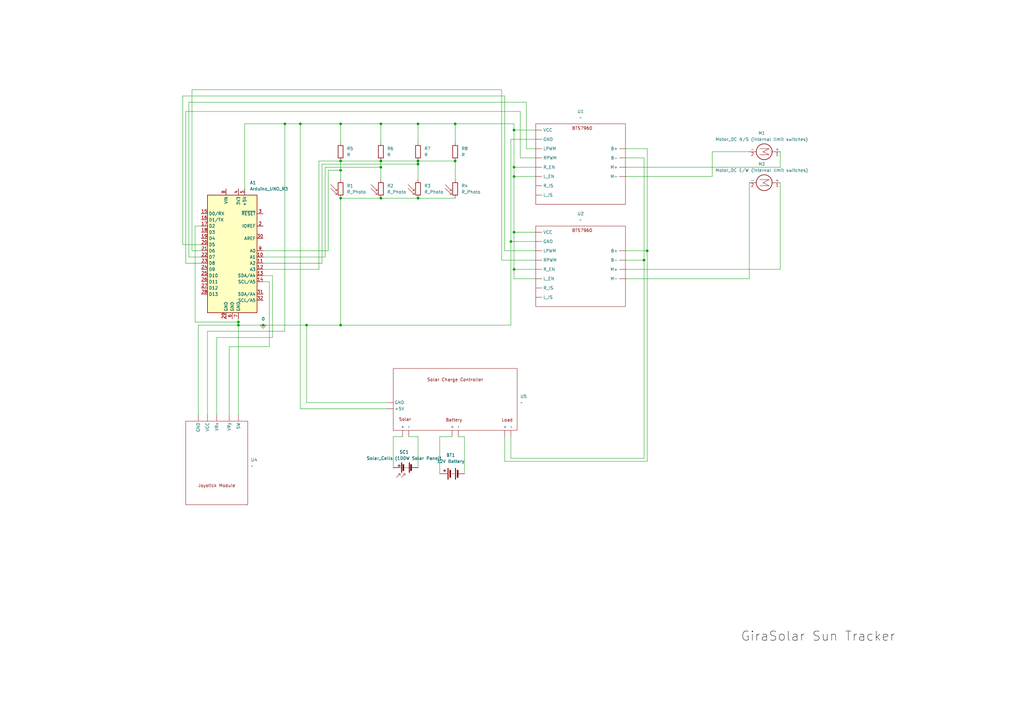
<source format=kicad_sch>
(kicad_sch
	(version 20250114)
	(generator "eeschema")
	(generator_version "9.0")
	(uuid "181f4426-7cd9-4068-908b-4661f12aefbb")
	(paper "A3")
	(lib_symbols
		(symbol "BTS7960_1"
			(exclude_from_sim no)
			(in_bom yes)
			(on_board yes)
			(property "Reference" "U"
				(at 0 0 0)
				(effects
					(font
						(size 1.27 1.27)
					)
				)
			)
			(property "Value" ""
				(at 0 0 0)
				(effects
					(font
						(size 1.27 1.27)
					)
				)
			)
			(property "Footprint" ""
				(at 0 0 0)
				(effects
					(font
						(size 1.27 1.27)
					)
					(hide yes)
				)
			)
			(property "Datasheet" ""
				(at 0 0 0)
				(effects
					(font
						(size 1.27 1.27)
					)
					(hide yes)
				)
			)
			(property "Description" ""
				(at 0 0 0)
				(effects
					(font
						(size 1.27 1.27)
					)
					(hide yes)
				)
			)
			(symbol "BTS7960_1_0_1"
				(rectangle
					(start -19.05 -3.81)
					(end 17.78 -36.83)
					(stroke
						(width 0)
						(type default)
					)
					(fill
						(type none)
					)
				)
			)
			(symbol "BTS7960_1_1_1"
				(text "BTS7960"
					(at 0 -5.588 0)
					(effects
						(font
							(size 1.27 1.27)
						)
					)
				)
				(pin input line
					(at -19.05 -6.35 0)
					(length 2.54)
					(name "VCC"
						(effects
							(font
								(size 1.27 1.27)
							)
						)
					)
					(number ""
						(effects
							(font
								(size 1.27 1.27)
							)
						)
					)
				)
				(pin input line
					(at -19.05 -10.16 0)
					(length 2.54)
					(name "GND"
						(effects
							(font
								(size 1.27 1.27)
							)
						)
					)
					(number ""
						(effects
							(font
								(size 1.27 1.27)
							)
						)
					)
				)
				(pin input line
					(at -19.05 -13.97 0)
					(length 2.54)
					(name "LPWM"
						(effects
							(font
								(size 1.27 1.27)
							)
						)
					)
					(number ""
						(effects
							(font
								(size 1.27 1.27)
							)
						)
					)
				)
				(pin input line
					(at -19.05 -17.78 0)
					(length 2.54)
					(name "RPWM"
						(effects
							(font
								(size 1.27 1.27)
							)
						)
					)
					(number ""
						(effects
							(font
								(size 1.27 1.27)
							)
						)
					)
				)
				(pin input line
					(at -19.05 -21.59 0)
					(length 2.54)
					(name "R_EN"
						(effects
							(font
								(size 1.27 1.27)
							)
						)
					)
					(number ""
						(effects
							(font
								(size 1.27 1.27)
							)
						)
					)
				)
				(pin input line
					(at -19.05 -25.4 0)
					(length 2.54)
					(name "L_EN"
						(effects
							(font
								(size 1.27 1.27)
							)
						)
					)
					(number ""
						(effects
							(font
								(size 1.27 1.27)
							)
						)
					)
				)
				(pin input line
					(at -19.05 -29.21 0)
					(length 2.54)
					(name "R_IS"
						(effects
							(font
								(size 1.27 1.27)
							)
						)
					)
					(number ""
						(effects
							(font
								(size 1.27 1.27)
							)
						)
					)
				)
				(pin input line
					(at -19.05 -33.02 0)
					(length 2.54)
					(name "L_IS"
						(effects
							(font
								(size 1.27 1.27)
							)
						)
					)
					(number ""
						(effects
							(font
								(size 1.27 1.27)
							)
						)
					)
				)
				(pin input line
					(at 17.78 -13.97 180)
					(length 2.54)
					(name "B+"
						(effects
							(font
								(size 1.27 1.27)
							)
						)
					)
					(number ""
						(effects
							(font
								(size 1.27 1.27)
							)
						)
					)
				)
				(pin input line
					(at 17.78 -17.78 180)
					(length 2.54)
					(name "B-"
						(effects
							(font
								(size 1.27 1.27)
							)
						)
					)
					(number ""
						(effects
							(font
								(size 1.27 1.27)
							)
						)
					)
				)
				(pin input line
					(at 17.78 -21.59 180)
					(length 2.54)
					(name "M+"
						(effects
							(font
								(size 1.27 1.27)
							)
						)
					)
					(number ""
						(effects
							(font
								(size 1.27 1.27)
							)
						)
					)
				)
				(pin input line
					(at 17.78 -25.4 180)
					(length 2.54)
					(name "M-"
						(effects
							(font
								(size 1.27 1.27)
							)
						)
					)
					(number ""
						(effects
							(font
								(size 1.27 1.27)
							)
						)
					)
				)
			)
			(embedded_fonts no)
		)
		(symbol "ChargeController_1"
			(exclude_from_sim no)
			(in_bom yes)
			(on_board yes)
			(property "Reference" "U"
				(at 0 0 0)
				(effects
					(font
						(size 1.27 1.27)
					)
				)
			)
			(property "Value" ""
				(at 0 0 0)
				(effects
					(font
						(size 1.27 1.27)
					)
				)
			)
			(property "Footprint" ""
				(at 0 0 0)
				(effects
					(font
						(size 1.27 1.27)
					)
					(hide yes)
				)
			)
			(property "Datasheet" ""
				(at 0 0 0)
				(effects
					(font
						(size 1.27 1.27)
					)
					(hide yes)
				)
			)
			(property "Description" ""
				(at 0 0 0)
				(effects
					(font
						(size 1.27 1.27)
					)
					(hide yes)
				)
			)
			(symbol "ChargeController_1_0_1"
				(rectangle
					(start -25.4 -12.7)
					(end 25.4 -38.1)
					(stroke
						(width 0)
						(type default)
					)
					(fill
						(type none)
					)
				)
			)
			(symbol "ChargeController_1_1_1"
				(text "Solar"
					(at -20.574 -33.528 0)
					(effects
						(font
							(size 1.27 1.27)
						)
					)
				)
				(text "Battery"
					(at -0.508 -33.782 0)
					(effects
						(font
							(size 1.27 1.27)
						)
					)
				)
				(text "Solar Charge Controller"
					(at 0 -17.272 0)
					(effects
						(font
							(size 1.27 1.27)
						)
					)
				)
				(text "Load"
					(at 21.336 -33.782 0)
					(effects
						(font
							(size 1.27 1.27)
						)
					)
				)
				(pin input line
					(at -27.94 -26.67 0)
					(length 2.54)
					(name "GND"
						(effects
							(font
								(size 1.27 1.27)
							)
						)
					)
					(number ""
						(effects
							(font
								(size 1.27 1.27)
							)
						)
					)
				)
				(pin input line
					(at -27.94 -29.21 0)
					(length 2.54)
					(name "+5V"
						(effects
							(font
								(size 1.27 1.27)
							)
						)
					)
					(number ""
						(effects
							(font
								(size 1.27 1.27)
							)
						)
					)
				)
				(pin input line
					(at -21.59 -40.64 90)
					(length 2.54)
					(name "+"
						(effects
							(font
								(size 1.27 1.27)
							)
						)
					)
					(number ""
						(effects
							(font
								(size 1.27 1.27)
							)
						)
					)
				)
				(pin input line
					(at -19.05 -40.64 90)
					(length 2.54)
					(name "-"
						(effects
							(font
								(size 1.27 1.27)
							)
						)
					)
					(number ""
						(effects
							(font
								(size 1.27 1.27)
							)
						)
					)
				)
				(pin input line
					(at -1.27 -40.64 90)
					(length 2.54)
					(name "+"
						(effects
							(font
								(size 1.27 1.27)
							)
						)
					)
					(number ""
						(effects
							(font
								(size 1.27 1.27)
							)
						)
					)
				)
				(pin input line
					(at 1.27 -40.64 90)
					(length 2.54)
					(name "-"
						(effects
							(font
								(size 1.27 1.27)
							)
						)
					)
					(number ""
						(effects
							(font
								(size 1.27 1.27)
							)
						)
					)
				)
				(pin input line
					(at 20.32 -40.64 90)
					(length 2.54)
					(name "+"
						(effects
							(font
								(size 1.27 1.27)
							)
						)
					)
					(number ""
						(effects
							(font
								(size 1.27 1.27)
							)
						)
					)
				)
				(pin input line
					(at 22.86 -40.64 90)
					(length 2.54)
					(name "-"
						(effects
							(font
								(size 1.27 1.27)
							)
						)
					)
					(number ""
						(effects
							(font
								(size 1.27 1.27)
							)
						)
					)
				)
			)
			(embedded_fonts no)
		)
		(symbol "Device:Battery"
			(pin_numbers
				(hide yes)
			)
			(pin_names
				(offset 0)
				(hide yes)
			)
			(exclude_from_sim no)
			(in_bom yes)
			(on_board yes)
			(property "Reference" "BT"
				(at 2.54 2.54 0)
				(effects
					(font
						(size 1.27 1.27)
					)
					(justify left)
				)
			)
			(property "Value" "Battery"
				(at 2.54 0 0)
				(effects
					(font
						(size 1.27 1.27)
					)
					(justify left)
				)
			)
			(property "Footprint" ""
				(at 0 1.524 90)
				(effects
					(font
						(size 1.27 1.27)
					)
					(hide yes)
				)
			)
			(property "Datasheet" "~"
				(at 0 1.524 90)
				(effects
					(font
						(size 1.27 1.27)
					)
					(hide yes)
				)
			)
			(property "Description" "Multiple-cell battery"
				(at 0 0 0)
				(effects
					(font
						(size 1.27 1.27)
					)
					(hide yes)
				)
			)
			(property "ki_keywords" "batt voltage-source cell"
				(at 0 0 0)
				(effects
					(font
						(size 1.27 1.27)
					)
					(hide yes)
				)
			)
			(symbol "Battery_0_1"
				(rectangle
					(start -2.286 1.778)
					(end 2.286 1.524)
					(stroke
						(width 0)
						(type default)
					)
					(fill
						(type outline)
					)
				)
				(rectangle
					(start -2.286 -1.27)
					(end 2.286 -1.524)
					(stroke
						(width 0)
						(type default)
					)
					(fill
						(type outline)
					)
				)
				(rectangle
					(start -1.524 1.016)
					(end 1.524 0.508)
					(stroke
						(width 0)
						(type default)
					)
					(fill
						(type outline)
					)
				)
				(rectangle
					(start -1.524 -2.032)
					(end 1.524 -2.54)
					(stroke
						(width 0)
						(type default)
					)
					(fill
						(type outline)
					)
				)
				(polyline
					(pts
						(xy 0 1.778) (xy 0 2.54)
					)
					(stroke
						(width 0)
						(type default)
					)
					(fill
						(type none)
					)
				)
				(polyline
					(pts
						(xy 0 0) (xy 0 0.254)
					)
					(stroke
						(width 0)
						(type default)
					)
					(fill
						(type none)
					)
				)
				(polyline
					(pts
						(xy 0 -0.508) (xy 0 -0.254)
					)
					(stroke
						(width 0)
						(type default)
					)
					(fill
						(type none)
					)
				)
				(polyline
					(pts
						(xy 0 -1.016) (xy 0 -0.762)
					)
					(stroke
						(width 0)
						(type default)
					)
					(fill
						(type none)
					)
				)
				(polyline
					(pts
						(xy 0.762 3.048) (xy 1.778 3.048)
					)
					(stroke
						(width 0.254)
						(type default)
					)
					(fill
						(type none)
					)
				)
				(polyline
					(pts
						(xy 1.27 3.556) (xy 1.27 2.54)
					)
					(stroke
						(width 0.254)
						(type default)
					)
					(fill
						(type none)
					)
				)
			)
			(symbol "Battery_1_1"
				(pin passive line
					(at 0 5.08 270)
					(length 2.54)
					(name "+"
						(effects
							(font
								(size 1.27 1.27)
							)
						)
					)
					(number "1"
						(effects
							(font
								(size 1.27 1.27)
							)
						)
					)
				)
				(pin passive line
					(at 0 -5.08 90)
					(length 2.54)
					(name "-"
						(effects
							(font
								(size 1.27 1.27)
							)
						)
					)
					(number "2"
						(effects
							(font
								(size 1.27 1.27)
							)
						)
					)
				)
			)
			(embedded_fonts no)
		)
		(symbol "Device:R"
			(pin_numbers
				(hide yes)
			)
			(pin_names
				(offset 0)
			)
			(exclude_from_sim no)
			(in_bom yes)
			(on_board yes)
			(property "Reference" "R"
				(at 2.032 0 90)
				(effects
					(font
						(size 1.27 1.27)
					)
				)
			)
			(property "Value" "R"
				(at 0 0 90)
				(effects
					(font
						(size 1.27 1.27)
					)
				)
			)
			(property "Footprint" ""
				(at -1.778 0 90)
				(effects
					(font
						(size 1.27 1.27)
					)
					(hide yes)
				)
			)
			(property "Datasheet" "~"
				(at 0 0 0)
				(effects
					(font
						(size 1.27 1.27)
					)
					(hide yes)
				)
			)
			(property "Description" "Resistor"
				(at 0 0 0)
				(effects
					(font
						(size 1.27 1.27)
					)
					(hide yes)
				)
			)
			(property "ki_keywords" "R res resistor"
				(at 0 0 0)
				(effects
					(font
						(size 1.27 1.27)
					)
					(hide yes)
				)
			)
			(property "ki_fp_filters" "R_*"
				(at 0 0 0)
				(effects
					(font
						(size 1.27 1.27)
					)
					(hide yes)
				)
			)
			(symbol "R_0_1"
				(rectangle
					(start -1.016 -2.54)
					(end 1.016 2.54)
					(stroke
						(width 0.254)
						(type default)
					)
					(fill
						(type none)
					)
				)
			)
			(symbol "R_1_1"
				(pin passive line
					(at 0 3.81 270)
					(length 1.27)
					(name "~"
						(effects
							(font
								(size 1.27 1.27)
							)
						)
					)
					(number "1"
						(effects
							(font
								(size 1.27 1.27)
							)
						)
					)
				)
				(pin passive line
					(at 0 -3.81 90)
					(length 1.27)
					(name "~"
						(effects
							(font
								(size 1.27 1.27)
							)
						)
					)
					(number "2"
						(effects
							(font
								(size 1.27 1.27)
							)
						)
					)
				)
			)
			(embedded_fonts no)
		)
		(symbol "Device:R_Photo"
			(pin_numbers
				(hide yes)
			)
			(pin_names
				(offset 0)
			)
			(exclude_from_sim no)
			(in_bom yes)
			(on_board yes)
			(property "Reference" "R"
				(at 1.27 1.27 0)
				(effects
					(font
						(size 1.27 1.27)
					)
					(justify left)
				)
			)
			(property "Value" "R_Photo"
				(at 1.27 0 0)
				(effects
					(font
						(size 1.27 1.27)
					)
					(justify left top)
				)
			)
			(property "Footprint" ""
				(at 1.27 -6.35 90)
				(effects
					(font
						(size 1.27 1.27)
					)
					(justify left)
					(hide yes)
				)
			)
			(property "Datasheet" "~"
				(at 0 -1.27 0)
				(effects
					(font
						(size 1.27 1.27)
					)
					(hide yes)
				)
			)
			(property "Description" "Photoresistor"
				(at 0 0 0)
				(effects
					(font
						(size 1.27 1.27)
					)
					(hide yes)
				)
			)
			(property "ki_keywords" "resistor variable light sensitive opto LDR"
				(at 0 0 0)
				(effects
					(font
						(size 1.27 1.27)
					)
					(hide yes)
				)
			)
			(property "ki_fp_filters" "*LDR* R?LDR*"
				(at 0 0 0)
				(effects
					(font
						(size 1.27 1.27)
					)
					(hide yes)
				)
			)
			(symbol "R_Photo_0_1"
				(polyline
					(pts
						(xy -1.524 -0.762) (xy -4.064 1.778)
					)
					(stroke
						(width 0)
						(type default)
					)
					(fill
						(type none)
					)
				)
				(polyline
					(pts
						(xy -1.524 -0.762) (xy -2.286 -0.762)
					)
					(stroke
						(width 0)
						(type default)
					)
					(fill
						(type none)
					)
				)
				(polyline
					(pts
						(xy -1.524 -0.762) (xy -1.524 0)
					)
					(stroke
						(width 0)
						(type default)
					)
					(fill
						(type none)
					)
				)
				(polyline
					(pts
						(xy -1.524 -2.286) (xy -4.064 0.254)
					)
					(stroke
						(width 0)
						(type default)
					)
					(fill
						(type none)
					)
				)
				(polyline
					(pts
						(xy -1.524 -2.286) (xy -2.286 -2.286)
					)
					(stroke
						(width 0)
						(type default)
					)
					(fill
						(type none)
					)
				)
				(polyline
					(pts
						(xy -1.524 -2.286) (xy -1.524 -1.524)
					)
					(stroke
						(width 0)
						(type default)
					)
					(fill
						(type none)
					)
				)
				(rectangle
					(start -1.016 2.54)
					(end 1.016 -2.54)
					(stroke
						(width 0.254)
						(type default)
					)
					(fill
						(type none)
					)
				)
			)
			(symbol "R_Photo_1_1"
				(pin passive line
					(at 0 3.81 270)
					(length 1.27)
					(name "~"
						(effects
							(font
								(size 1.27 1.27)
							)
						)
					)
					(number "1"
						(effects
							(font
								(size 1.27 1.27)
							)
						)
					)
				)
				(pin passive line
					(at 0 -3.81 90)
					(length 1.27)
					(name "~"
						(effects
							(font
								(size 1.27 1.27)
							)
						)
					)
					(number "2"
						(effects
							(font
								(size 1.27 1.27)
							)
						)
					)
				)
			)
			(embedded_fonts no)
		)
		(symbol "Device:Solar_Cells"
			(pin_numbers
				(hide yes)
			)
			(pin_names
				(offset 0)
				(hide yes)
			)
			(exclude_from_sim no)
			(in_bom yes)
			(on_board yes)
			(property "Reference" "SC"
				(at 2.54 2.54 0)
				(effects
					(font
						(size 1.27 1.27)
					)
					(justify left)
				)
			)
			(property "Value" "Solar_Cells"
				(at 2.54 0 0)
				(effects
					(font
						(size 1.27 1.27)
					)
					(justify left)
				)
			)
			(property "Footprint" ""
				(at 0 1.524 90)
				(effects
					(font
						(size 1.27 1.27)
					)
					(hide yes)
				)
			)
			(property "Datasheet" "~"
				(at 0 1.524 90)
				(effects
					(font
						(size 1.27 1.27)
					)
					(hide yes)
				)
			)
			(property "Description" "Multiple solar cells"
				(at 0 0 0)
				(effects
					(font
						(size 1.27 1.27)
					)
					(hide yes)
				)
			)
			(property "ki_keywords" "solar cell"
				(at 0 0 0)
				(effects
					(font
						(size 1.27 1.27)
					)
					(hide yes)
				)
			)
			(symbol "Solar_Cells_0_1"
				(polyline
					(pts
						(xy -2.54 3.048) (xy -2.54 2.286) (xy -3.302 2.286)
					)
					(stroke
						(width 0)
						(type default)
					)
					(fill
						(type none)
					)
				)
				(polyline
					(pts
						(xy -2.54 2.286) (xy -4.064 3.81)
					)
					(stroke
						(width 0)
						(type default)
					)
					(fill
						(type none)
					)
				)
				(polyline
					(pts
						(xy -2.54 1.016) (xy -2.54 0.254) (xy -3.302 0.254)
					)
					(stroke
						(width 0)
						(type default)
					)
					(fill
						(type none)
					)
				)
				(polyline
					(pts
						(xy -2.54 0.254) (xy -4.064 1.778)
					)
					(stroke
						(width 0)
						(type default)
					)
					(fill
						(type none)
					)
				)
				(rectangle
					(start -2.032 1.778)
					(end 2.032 1.524)
					(stroke
						(width 0)
						(type default)
					)
					(fill
						(type outline)
					)
				)
				(rectangle
					(start -2.032 -1.397)
					(end 2.032 -1.651)
					(stroke
						(width 0)
						(type default)
					)
					(fill
						(type outline)
					)
				)
				(rectangle
					(start -1.3208 1.1938)
					(end 1.27 0.6858)
					(stroke
						(width 0)
						(type default)
					)
					(fill
						(type outline)
					)
				)
				(rectangle
					(start -1.3208 -1.9812)
					(end 1.27 -2.4892)
					(stroke
						(width 0)
						(type default)
					)
					(fill
						(type outline)
					)
				)
				(polyline
					(pts
						(xy 0 1.778) (xy 0 2.54)
					)
					(stroke
						(width 0)
						(type default)
					)
					(fill
						(type none)
					)
				)
				(polyline
					(pts
						(xy 0 0.508) (xy 0 0.762)
					)
					(stroke
						(width 0)
						(type default)
					)
					(fill
						(type none)
					)
				)
				(polyline
					(pts
						(xy 0 0) (xy 0 0.254)
					)
					(stroke
						(width 0)
						(type default)
					)
					(fill
						(type none)
					)
				)
				(polyline
					(pts
						(xy 0 -0.508) (xy 0 -0.254)
					)
					(stroke
						(width 0)
						(type default)
					)
					(fill
						(type none)
					)
				)
				(polyline
					(pts
						(xy 0 -1.016) (xy 0 -0.762)
					)
					(stroke
						(width 0)
						(type default)
					)
					(fill
						(type none)
					)
				)
				(polyline
					(pts
						(xy 0 -1.524) (xy 0 -1.27)
					)
					(stroke
						(width 0)
						(type default)
					)
					(fill
						(type none)
					)
				)
				(polyline
					(pts
						(xy 0.254 2.667) (xy 1.27 2.667)
					)
					(stroke
						(width 0.254)
						(type default)
					)
					(fill
						(type none)
					)
				)
				(polyline
					(pts
						(xy 0.762 3.175) (xy 0.762 2.159)
					)
					(stroke
						(width 0.254)
						(type default)
					)
					(fill
						(type none)
					)
				)
			)
			(symbol "Solar_Cells_1_1"
				(pin passive line
					(at 0 5.08 270)
					(length 2.54)
					(name "+"
						(effects
							(font
								(size 1.27 1.27)
							)
						)
					)
					(number "1"
						(effects
							(font
								(size 1.27 1.27)
							)
						)
					)
				)
				(pin passive line
					(at 0 -5.08 90)
					(length 2.54)
					(name "-"
						(effects
							(font
								(size 1.27 1.27)
							)
						)
					)
					(number "2"
						(effects
							(font
								(size 1.27 1.27)
							)
						)
					)
				)
			)
			(embedded_fonts no)
		)
		(symbol "JoystickModule_1"
			(exclude_from_sim no)
			(in_bom yes)
			(on_board yes)
			(property "Reference" "U"
				(at 0 0 0)
				(effects
					(font
						(size 1.27 1.27)
					)
				)
			)
			(property "Value" ""
				(at 0 0 0)
				(effects
					(font
						(size 1.27 1.27)
					)
				)
			)
			(property "Footprint" ""
				(at 0 0 0)
				(effects
					(font
						(size 1.27 1.27)
					)
					(hide yes)
				)
			)
			(property "Datasheet" ""
				(at 0 0 0)
				(effects
					(font
						(size 1.27 1.27)
					)
					(hide yes)
				)
			)
			(property "Description" ""
				(at 0 0 0)
				(effects
					(font
						(size 1.27 1.27)
					)
					(hide yes)
				)
			)
			(symbol "JoystickModule_1_0_1"
				(rectangle
					(start -12.7 -3.81)
					(end 12.7 -38.1)
					(stroke
						(width 0)
						(type default)
					)
					(fill
						(type none)
					)
				)
			)
			(symbol "JoystickModule_1_1_1"
				(text "Joystick Module\n"
					(at 0 -11.684 0)
					(effects
						(font
							(size 1.27 1.27)
						)
					)
				)
				(pin input line
					(at -8.89 -40.64 90)
					(length 2.54)
					(name "SW"
						(effects
							(font
								(size 1.27 1.27)
							)
						)
					)
					(number ""
						(effects
							(font
								(size 1.27 1.27)
							)
						)
					)
				)
				(pin input line
					(at -5.08 -40.64 90)
					(length 2.54)
					(name "VRy"
						(effects
							(font
								(size 1.27 1.27)
							)
						)
					)
					(number ""
						(effects
							(font
								(size 1.27 1.27)
							)
						)
					)
				)
				(pin input line
					(at 0 -40.64 90)
					(length 2.54)
					(name "VRx"
						(effects
							(font
								(size 1.27 1.27)
							)
						)
					)
					(number ""
						(effects
							(font
								(size 1.27 1.27)
							)
						)
					)
				)
				(pin input line
					(at 3.81 -40.64 90)
					(length 2.54)
					(name "VCC"
						(effects
							(font
								(size 1.27 1.27)
							)
						)
					)
					(number ""
						(effects
							(font
								(size 1.27 1.27)
							)
						)
					)
				)
				(pin input line
					(at 7.62 -40.64 90)
					(length 2.54)
					(name "GND"
						(effects
							(font
								(size 1.27 1.27)
							)
						)
					)
					(number ""
						(effects
							(font
								(size 1.27 1.27)
							)
						)
					)
				)
			)
			(embedded_fonts no)
		)
		(symbol "MCU_Module:Arduino_UNO_R3"
			(exclude_from_sim no)
			(in_bom yes)
			(on_board yes)
			(property "Reference" "A"
				(at -10.16 23.495 0)
				(effects
					(font
						(size 1.27 1.27)
					)
					(justify left bottom)
				)
			)
			(property "Value" "Arduino_UNO_R3"
				(at 5.08 -26.67 0)
				(effects
					(font
						(size 1.27 1.27)
					)
					(justify left top)
				)
			)
			(property "Footprint" "Module:Arduino_UNO_R3"
				(at 0 0 0)
				(effects
					(font
						(size 1.27 1.27)
						(italic yes)
					)
					(hide yes)
				)
			)
			(property "Datasheet" "https://www.arduino.cc/en/Main/arduinoBoardUno"
				(at 0 0 0)
				(effects
					(font
						(size 1.27 1.27)
					)
					(hide yes)
				)
			)
			(property "Description" "Arduino UNO Microcontroller Module, release 3"
				(at 0 0 0)
				(effects
					(font
						(size 1.27 1.27)
					)
					(hide yes)
				)
			)
			(property "ki_keywords" "Arduino UNO R3 Microcontroller Module Atmel AVR USB"
				(at 0 0 0)
				(effects
					(font
						(size 1.27 1.27)
					)
					(hide yes)
				)
			)
			(property "ki_fp_filters" "Arduino*UNO*R3*"
				(at 0 0 0)
				(effects
					(font
						(size 1.27 1.27)
					)
					(hide yes)
				)
			)
			(symbol "Arduino_UNO_R3_0_1"
				(rectangle
					(start -10.16 22.86)
					(end 10.16 -25.4)
					(stroke
						(width 0.254)
						(type default)
					)
					(fill
						(type background)
					)
				)
			)
			(symbol "Arduino_UNO_R3_1_1"
				(pin bidirectional line
					(at -12.7 15.24 0)
					(length 2.54)
					(name "D0/RX"
						(effects
							(font
								(size 1.27 1.27)
							)
						)
					)
					(number "15"
						(effects
							(font
								(size 1.27 1.27)
							)
						)
					)
				)
				(pin bidirectional line
					(at -12.7 12.7 0)
					(length 2.54)
					(name "D1/TX"
						(effects
							(font
								(size 1.27 1.27)
							)
						)
					)
					(number "16"
						(effects
							(font
								(size 1.27 1.27)
							)
						)
					)
				)
				(pin bidirectional line
					(at -12.7 10.16 0)
					(length 2.54)
					(name "D2"
						(effects
							(font
								(size 1.27 1.27)
							)
						)
					)
					(number "17"
						(effects
							(font
								(size 1.27 1.27)
							)
						)
					)
				)
				(pin bidirectional line
					(at -12.7 7.62 0)
					(length 2.54)
					(name "D3"
						(effects
							(font
								(size 1.27 1.27)
							)
						)
					)
					(number "18"
						(effects
							(font
								(size 1.27 1.27)
							)
						)
					)
				)
				(pin bidirectional line
					(at -12.7 5.08 0)
					(length 2.54)
					(name "D4"
						(effects
							(font
								(size 1.27 1.27)
							)
						)
					)
					(number "19"
						(effects
							(font
								(size 1.27 1.27)
							)
						)
					)
				)
				(pin bidirectional line
					(at -12.7 2.54 0)
					(length 2.54)
					(name "D5"
						(effects
							(font
								(size 1.27 1.27)
							)
						)
					)
					(number "20"
						(effects
							(font
								(size 1.27 1.27)
							)
						)
					)
				)
				(pin bidirectional line
					(at -12.7 0 0)
					(length 2.54)
					(name "D6"
						(effects
							(font
								(size 1.27 1.27)
							)
						)
					)
					(number "21"
						(effects
							(font
								(size 1.27 1.27)
							)
						)
					)
				)
				(pin bidirectional line
					(at -12.7 -2.54 0)
					(length 2.54)
					(name "D7"
						(effects
							(font
								(size 1.27 1.27)
							)
						)
					)
					(number "22"
						(effects
							(font
								(size 1.27 1.27)
							)
						)
					)
				)
				(pin bidirectional line
					(at -12.7 -5.08 0)
					(length 2.54)
					(name "D8"
						(effects
							(font
								(size 1.27 1.27)
							)
						)
					)
					(number "23"
						(effects
							(font
								(size 1.27 1.27)
							)
						)
					)
				)
				(pin bidirectional line
					(at -12.7 -7.62 0)
					(length 2.54)
					(name "D9"
						(effects
							(font
								(size 1.27 1.27)
							)
						)
					)
					(number "24"
						(effects
							(font
								(size 1.27 1.27)
							)
						)
					)
				)
				(pin bidirectional line
					(at -12.7 -10.16 0)
					(length 2.54)
					(name "D10"
						(effects
							(font
								(size 1.27 1.27)
							)
						)
					)
					(number "25"
						(effects
							(font
								(size 1.27 1.27)
							)
						)
					)
				)
				(pin bidirectional line
					(at -12.7 -12.7 0)
					(length 2.54)
					(name "D11"
						(effects
							(font
								(size 1.27 1.27)
							)
						)
					)
					(number "26"
						(effects
							(font
								(size 1.27 1.27)
							)
						)
					)
				)
				(pin bidirectional line
					(at -12.7 -15.24 0)
					(length 2.54)
					(name "D12"
						(effects
							(font
								(size 1.27 1.27)
							)
						)
					)
					(number "27"
						(effects
							(font
								(size 1.27 1.27)
							)
						)
					)
				)
				(pin bidirectional line
					(at -12.7 -17.78 0)
					(length 2.54)
					(name "D13"
						(effects
							(font
								(size 1.27 1.27)
							)
						)
					)
					(number "28"
						(effects
							(font
								(size 1.27 1.27)
							)
						)
					)
				)
				(pin no_connect line
					(at -10.16 -20.32 0)
					(length 2.54)
					(hide yes)
					(name "NC"
						(effects
							(font
								(size 1.27 1.27)
							)
						)
					)
					(number "1"
						(effects
							(font
								(size 1.27 1.27)
							)
						)
					)
				)
				(pin power_in line
					(at -2.54 25.4 270)
					(length 2.54)
					(name "VIN"
						(effects
							(font
								(size 1.27 1.27)
							)
						)
					)
					(number "8"
						(effects
							(font
								(size 1.27 1.27)
							)
						)
					)
				)
				(pin power_in line
					(at -2.54 -27.94 90)
					(length 2.54)
					(name "GND"
						(effects
							(font
								(size 1.27 1.27)
							)
						)
					)
					(number "29"
						(effects
							(font
								(size 1.27 1.27)
							)
						)
					)
				)
				(pin power_in line
					(at 0 -27.94 90)
					(length 2.54)
					(name "GND"
						(effects
							(font
								(size 1.27 1.27)
							)
						)
					)
					(number "6"
						(effects
							(font
								(size 1.27 1.27)
							)
						)
					)
				)
				(pin power_out line
					(at 2.54 25.4 270)
					(length 2.54)
					(name "3V3"
						(effects
							(font
								(size 1.27 1.27)
							)
						)
					)
					(number "4"
						(effects
							(font
								(size 1.27 1.27)
							)
						)
					)
				)
				(pin power_in line
					(at 2.54 -27.94 90)
					(length 2.54)
					(name "GND"
						(effects
							(font
								(size 1.27 1.27)
							)
						)
					)
					(number "7"
						(effects
							(font
								(size 1.27 1.27)
							)
						)
					)
				)
				(pin power_out line
					(at 5.08 25.4 270)
					(length 2.54)
					(name "+5V"
						(effects
							(font
								(size 1.27 1.27)
							)
						)
					)
					(number "5"
						(effects
							(font
								(size 1.27 1.27)
							)
						)
					)
				)
				(pin input line
					(at 12.7 15.24 180)
					(length 2.54)
					(name "~{RESET}"
						(effects
							(font
								(size 1.27 1.27)
							)
						)
					)
					(number "3"
						(effects
							(font
								(size 1.27 1.27)
							)
						)
					)
				)
				(pin output line
					(at 12.7 10.16 180)
					(length 2.54)
					(name "IOREF"
						(effects
							(font
								(size 1.27 1.27)
							)
						)
					)
					(number "2"
						(effects
							(font
								(size 1.27 1.27)
							)
						)
					)
				)
				(pin input line
					(at 12.7 5.08 180)
					(length 2.54)
					(name "AREF"
						(effects
							(font
								(size 1.27 1.27)
							)
						)
					)
					(number "30"
						(effects
							(font
								(size 1.27 1.27)
							)
						)
					)
				)
				(pin bidirectional line
					(at 12.7 0 180)
					(length 2.54)
					(name "A0"
						(effects
							(font
								(size 1.27 1.27)
							)
						)
					)
					(number "9"
						(effects
							(font
								(size 1.27 1.27)
							)
						)
					)
				)
				(pin bidirectional line
					(at 12.7 -2.54 180)
					(length 2.54)
					(name "A1"
						(effects
							(font
								(size 1.27 1.27)
							)
						)
					)
					(number "10"
						(effects
							(font
								(size 1.27 1.27)
							)
						)
					)
				)
				(pin bidirectional line
					(at 12.7 -5.08 180)
					(length 2.54)
					(name "A2"
						(effects
							(font
								(size 1.27 1.27)
							)
						)
					)
					(number "11"
						(effects
							(font
								(size 1.27 1.27)
							)
						)
					)
				)
				(pin bidirectional line
					(at 12.7 -7.62 180)
					(length 2.54)
					(name "A3"
						(effects
							(font
								(size 1.27 1.27)
							)
						)
					)
					(number "12"
						(effects
							(font
								(size 1.27 1.27)
							)
						)
					)
				)
				(pin bidirectional line
					(at 12.7 -10.16 180)
					(length 2.54)
					(name "SDA/A4"
						(effects
							(font
								(size 1.27 1.27)
							)
						)
					)
					(number "13"
						(effects
							(font
								(size 1.27 1.27)
							)
						)
					)
				)
				(pin bidirectional line
					(at 12.7 -12.7 180)
					(length 2.54)
					(name "SCL/A5"
						(effects
							(font
								(size 1.27 1.27)
							)
						)
					)
					(number "14"
						(effects
							(font
								(size 1.27 1.27)
							)
						)
					)
				)
				(pin bidirectional line
					(at 12.7 -17.78 180)
					(length 2.54)
					(name "SDA/A4"
						(effects
							(font
								(size 1.27 1.27)
							)
						)
					)
					(number "31"
						(effects
							(font
								(size 1.27 1.27)
							)
						)
					)
				)
				(pin bidirectional line
					(at 12.7 -20.32 180)
					(length 2.54)
					(name "SCL/A5"
						(effects
							(font
								(size 1.27 1.27)
							)
						)
					)
					(number "32"
						(effects
							(font
								(size 1.27 1.27)
							)
						)
					)
				)
			)
			(embedded_fonts no)
		)
		(symbol "Motor:Motor_DC"
			(pin_names
				(offset 0)
			)
			(exclude_from_sim no)
			(in_bom yes)
			(on_board yes)
			(property "Reference" "M"
				(at 2.54 2.54 0)
				(effects
					(font
						(size 1.27 1.27)
					)
					(justify left)
				)
			)
			(property "Value" "Motor_DC"
				(at 2.54 -5.08 0)
				(effects
					(font
						(size 1.27 1.27)
					)
					(justify left top)
				)
			)
			(property "Footprint" ""
				(at 0 -2.286 0)
				(effects
					(font
						(size 1.27 1.27)
					)
					(hide yes)
				)
			)
			(property "Datasheet" "~"
				(at 0 -2.286 0)
				(effects
					(font
						(size 1.27 1.27)
					)
					(hide yes)
				)
			)
			(property "Description" "DC Motor"
				(at 0 0 0)
				(effects
					(font
						(size 1.27 1.27)
					)
					(hide yes)
				)
			)
			(property "ki_keywords" "DC Motor"
				(at 0 0 0)
				(effects
					(font
						(size 1.27 1.27)
					)
					(hide yes)
				)
			)
			(property "ki_fp_filters" "PinHeader*P2.54mm* TerminalBlock*"
				(at 0 0 0)
				(effects
					(font
						(size 1.27 1.27)
					)
					(hide yes)
				)
			)
			(symbol "Motor_DC_0_0"
				(polyline
					(pts
						(xy -1.27 -3.302) (xy -1.27 0.508) (xy 0 -2.032) (xy 1.27 0.508) (xy 1.27 -3.302)
					)
					(stroke
						(width 0)
						(type default)
					)
					(fill
						(type none)
					)
				)
			)
			(symbol "Motor_DC_0_1"
				(polyline
					(pts
						(xy 0 2.032) (xy 0 2.54)
					)
					(stroke
						(width 0)
						(type default)
					)
					(fill
						(type none)
					)
				)
				(polyline
					(pts
						(xy 0 1.7272) (xy 0 2.0828)
					)
					(stroke
						(width 0)
						(type default)
					)
					(fill
						(type none)
					)
				)
				(circle
					(center 0 -1.524)
					(radius 3.2512)
					(stroke
						(width 0.254)
						(type default)
					)
					(fill
						(type none)
					)
				)
				(polyline
					(pts
						(xy 0 -4.7752) (xy 0 -5.1816)
					)
					(stroke
						(width 0)
						(type default)
					)
					(fill
						(type none)
					)
				)
				(polyline
					(pts
						(xy 0 -7.62) (xy 0 -7.112)
					)
					(stroke
						(width 0)
						(type default)
					)
					(fill
						(type none)
					)
				)
			)
			(symbol "Motor_DC_1_1"
				(pin passive line
					(at 0 5.08 270)
					(length 2.54)
					(name "+"
						(effects
							(font
								(size 1.27 1.27)
							)
						)
					)
					(number "1"
						(effects
							(font
								(size 1.27 1.27)
							)
						)
					)
				)
				(pin passive line
					(at 0 -7.62 90)
					(length 2.54)
					(name "-"
						(effects
							(font
								(size 1.27 1.27)
							)
						)
					)
					(number "2"
						(effects
							(font
								(size 1.27 1.27)
							)
						)
					)
				)
			)
			(embedded_fonts no)
		)
		(symbol "New_Library:BTS7960"
			(exclude_from_sim no)
			(in_bom yes)
			(on_board yes)
			(property "Reference" "U"
				(at 0 0 0)
				(effects
					(font
						(size 1.27 1.27)
					)
				)
			)
			(property "Value" ""
				(at 0 0 0)
				(effects
					(font
						(size 1.27 1.27)
					)
				)
			)
			(property "Footprint" ""
				(at 0 0 0)
				(effects
					(font
						(size 1.27 1.27)
					)
					(hide yes)
				)
			)
			(property "Datasheet" ""
				(at 0 0 0)
				(effects
					(font
						(size 1.27 1.27)
					)
					(hide yes)
				)
			)
			(property "Description" ""
				(at 0 0 0)
				(effects
					(font
						(size 1.27 1.27)
					)
					(hide yes)
				)
			)
			(symbol "BTS7960_0_1"
				(rectangle
					(start -19.05 -3.81)
					(end 17.78 -36.83)
					(stroke
						(width 0)
						(type default)
					)
					(fill
						(type none)
					)
				)
			)
			(symbol "BTS7960_1_1"
				(text "BTS7960"
					(at 0 -5.588 0)
					(effects
						(font
							(size 1.27 1.27)
						)
					)
				)
				(pin input line
					(at -19.05 -6.35 0)
					(length 2.54)
					(name "VCC"
						(effects
							(font
								(size 1.27 1.27)
							)
						)
					)
					(number ""
						(effects
							(font
								(size 1.27 1.27)
							)
						)
					)
				)
				(pin input line
					(at -19.05 -10.16 0)
					(length 2.54)
					(name "GND"
						(effects
							(font
								(size 1.27 1.27)
							)
						)
					)
					(number ""
						(effects
							(font
								(size 1.27 1.27)
							)
						)
					)
				)
				(pin input line
					(at -19.05 -13.97 0)
					(length 2.54)
					(name "LPWM"
						(effects
							(font
								(size 1.27 1.27)
							)
						)
					)
					(number ""
						(effects
							(font
								(size 1.27 1.27)
							)
						)
					)
				)
				(pin input line
					(at -19.05 -17.78 0)
					(length 2.54)
					(name "RPWM"
						(effects
							(font
								(size 1.27 1.27)
							)
						)
					)
					(number ""
						(effects
							(font
								(size 1.27 1.27)
							)
						)
					)
				)
				(pin input line
					(at -19.05 -21.59 0)
					(length 2.54)
					(name "R_EN"
						(effects
							(font
								(size 1.27 1.27)
							)
						)
					)
					(number ""
						(effects
							(font
								(size 1.27 1.27)
							)
						)
					)
				)
				(pin input line
					(at -19.05 -25.4 0)
					(length 2.54)
					(name "L_EN"
						(effects
							(font
								(size 1.27 1.27)
							)
						)
					)
					(number ""
						(effects
							(font
								(size 1.27 1.27)
							)
						)
					)
				)
				(pin input line
					(at -19.05 -29.21 0)
					(length 2.54)
					(name "R_IS"
						(effects
							(font
								(size 1.27 1.27)
							)
						)
					)
					(number ""
						(effects
							(font
								(size 1.27 1.27)
							)
						)
					)
				)
				(pin input line
					(at -19.05 -33.02 0)
					(length 2.54)
					(name "L_IS"
						(effects
							(font
								(size 1.27 1.27)
							)
						)
					)
					(number ""
						(effects
							(font
								(size 1.27 1.27)
							)
						)
					)
				)
				(pin input line
					(at 17.78 -13.97 180)
					(length 2.54)
					(name "B+"
						(effects
							(font
								(size 1.27 1.27)
							)
						)
					)
					(number ""
						(effects
							(font
								(size 1.27 1.27)
							)
						)
					)
				)
				(pin input line
					(at 17.78 -17.78 180)
					(length 2.54)
					(name "B-"
						(effects
							(font
								(size 1.27 1.27)
							)
						)
					)
					(number ""
						(effects
							(font
								(size 1.27 1.27)
							)
						)
					)
				)
				(pin input line
					(at 17.78 -21.59 180)
					(length 2.54)
					(name "M+"
						(effects
							(font
								(size 1.27 1.27)
							)
						)
					)
					(number ""
						(effects
							(font
								(size 1.27 1.27)
							)
						)
					)
				)
				(pin input line
					(at 17.78 -25.4 180)
					(length 2.54)
					(name "M-"
						(effects
							(font
								(size 1.27 1.27)
							)
						)
					)
					(number ""
						(effects
							(font
								(size 1.27 1.27)
							)
						)
					)
				)
			)
			(embedded_fonts no)
		)
		(symbol "Simulation_SPICE:0"
			(power)
			(pin_numbers
				(hide yes)
			)
			(pin_names
				(offset 0)
				(hide yes)
			)
			(exclude_from_sim no)
			(in_bom yes)
			(on_board yes)
			(property "Reference" "#GND"
				(at 0 -5.08 0)
				(effects
					(font
						(size 1.27 1.27)
					)
					(hide yes)
				)
			)
			(property "Value" "0"
				(at 0 -2.54 0)
				(effects
					(font
						(size 1.27 1.27)
					)
				)
			)
			(property "Footprint" ""
				(at 0 0 0)
				(effects
					(font
						(size 1.27 1.27)
					)
					(hide yes)
				)
			)
			(property "Datasheet" "https://ngspice.sourceforge.io/docs/ngspice-html-manual/manual.xhtml#subsec_Circuit_elements__device"
				(at 0 -10.16 0)
				(effects
					(font
						(size 1.27 1.27)
					)
					(hide yes)
				)
			)
			(property "Description" "0V reference potential for simulation"
				(at 0 -7.62 0)
				(effects
					(font
						(size 1.27 1.27)
					)
					(hide yes)
				)
			)
			(property "ki_keywords" "simulation"
				(at 0 0 0)
				(effects
					(font
						(size 1.27 1.27)
					)
					(hide yes)
				)
			)
			(symbol "0_0_1"
				(polyline
					(pts
						(xy -1.27 0) (xy 0 -1.27) (xy 1.27 0) (xy -1.27 0)
					)
					(stroke
						(width 0)
						(type default)
					)
					(fill
						(type none)
					)
				)
			)
			(symbol "0_1_1"
				(pin power_in line
					(at 0 0 0)
					(length 0)
					(name "~"
						(effects
							(font
								(size 1.016 1.016)
							)
						)
					)
					(number "1"
						(effects
							(font
								(size 1.016 1.016)
							)
						)
					)
				)
			)
			(embedded_fonts no)
		)
	)
	(text "GiraSolar Sun Tracker"
		(exclude_from_sim no)
		(at 335.534 261.112 0)
		(effects
			(font
				(size 3.81 3.81)
				(color 0 0 0 1)
			)
		)
		(uuid "0be97d4f-3c43-4b31-9317-93ff69ae4ab7")
	)
	(junction
		(at 210.82 110.49)
		(diameter 0)
		(color 0 0 0 0)
		(uuid "00a824c7-afc9-410f-b1b0-0828289edc9a")
	)
	(junction
		(at 125.73 133.35)
		(diameter 0)
		(color 0 0 0 0)
		(uuid "0286686f-3ea8-4e6a-852f-b6a469484a43")
	)
	(junction
		(at 97.79 133.35)
		(diameter 0)
		(color 0 0 0 0)
		(uuid "0cdf7401-0264-4a6f-bb1e-03efadf85d88")
	)
	(junction
		(at 264.16 106.68)
		(diameter 0)
		(color 0 0 0 0)
		(uuid "0fc3ba55-713b-4c9c-a546-2796839b6eef")
	)
	(junction
		(at 210.82 68.58)
		(diameter 0)
		(color 0 0 0 0)
		(uuid "228013f3-82a8-477f-96ab-8689d3670c69")
	)
	(junction
		(at 156.21 66.04)
		(diameter 0)
		(color 0 0 0 0)
		(uuid "23435eac-5d4a-4fed-beb1-c34d801573ed")
	)
	(junction
		(at 156.21 81.28)
		(diameter 0)
		(color 0 0 0 0)
		(uuid "51934443-34b6-4b49-b87e-8143b4f01b06")
	)
	(junction
		(at 171.45 66.04)
		(diameter 0)
		(color 0 0 0 0)
		(uuid "53a55b0e-c3f9-486f-9a2c-55f02ce2d8a7")
	)
	(junction
		(at 210.82 72.39)
		(diameter 0)
		(color 0 0 0 0)
		(uuid "5b119830-b5d1-4326-93b7-a30050af81ae")
	)
	(junction
		(at 97.79 132.08)
		(diameter 0)
		(color 0 0 0 0)
		(uuid "65268a47-4ea9-4bf9-aa4c-0b676bb7aac7")
	)
	(junction
		(at 171.45 50.8)
		(diameter 0)
		(color 0 0 0 0)
		(uuid "7779d38a-2d95-4ad3-a261-624c264b98a9")
	)
	(junction
		(at 139.7 50.8)
		(diameter 0)
		(color 0 0 0 0)
		(uuid "79f91863-557a-433a-b805-bd8f00493314")
	)
	(junction
		(at 107.95 133.35)
		(diameter 0)
		(color 0 0 0 0)
		(uuid "8696e1c3-4be2-4310-b69c-326eb59ec2be")
	)
	(junction
		(at 123.19 50.8)
		(diameter 0)
		(color 0 0 0 0)
		(uuid "8c8e7ed9-3315-4bb4-9451-109f58e93134")
	)
	(junction
		(at 156.21 68.58)
		(diameter 0)
		(color 0 0 0 0)
		(uuid "8fb3e6d7-7603-4f99-8a42-cbdff133dee7")
	)
	(junction
		(at 116.84 50.8)
		(diameter 0)
		(color 0 0 0 0)
		(uuid "90c27d07-4d5d-4a1f-ab04-1fbb0d70c07d")
	)
	(junction
		(at 209.55 99.06)
		(diameter 0)
		(color 0 0 0 0)
		(uuid "9ca58349-ef04-4e03-9a8a-35daac89762a")
	)
	(junction
		(at 139.7 66.04)
		(diameter 0)
		(color 0 0 0 0)
		(uuid "9ce913c9-2351-45c9-82a0-316a6071c5ef")
	)
	(junction
		(at 186.69 50.8)
		(diameter 0)
		(color 0 0 0 0)
		(uuid "a3c9cf35-163b-4a6e-bce5-92233fa5bccb")
	)
	(junction
		(at 210.82 95.25)
		(diameter 0)
		(color 0 0 0 0)
		(uuid "a5a5fc61-d45a-473e-bc0e-ecfbf732592b")
	)
	(junction
		(at 139.7 69.85)
		(diameter 0)
		(color 0 0 0 0)
		(uuid "a6c85e28-6458-4985-a997-eb4319911a61")
	)
	(junction
		(at 171.45 81.28)
		(diameter 0)
		(color 0 0 0 0)
		(uuid "b6943de0-5938-4f44-8a9e-bd5f91f7c744")
	)
	(junction
		(at 156.21 50.8)
		(diameter 0)
		(color 0 0 0 0)
		(uuid "c4d3b8a7-03d3-4aa3-a395-9315fe5e9d17")
	)
	(junction
		(at 210.82 53.34)
		(diameter 0)
		(color 0 0 0 0)
		(uuid "c50c8f53-f176-4dd4-9b7c-c2f01000e898")
	)
	(junction
		(at 139.7 81.28)
		(diameter 0)
		(color 0 0 0 0)
		(uuid "cf8a385f-0fd8-4e48-bb25-71e0da15df3b")
	)
	(junction
		(at 186.69 66.04)
		(diameter 0)
		(color 0 0 0 0)
		(uuid "d70bd1fa-4bec-4014-b4bd-5427ba185230")
	)
	(junction
		(at 171.45 67.31)
		(diameter 0)
		(color 0 0 0 0)
		(uuid "d9ff66d5-51d4-4995-8be0-89a95dfb3d71")
	)
	(junction
		(at 265.43 102.87)
		(diameter 0)
		(color 0 0 0 0)
		(uuid "f398db8e-4882-4e7f-907e-20da5c0ad1b8")
	)
	(junction
		(at 139.7 133.35)
		(diameter 0)
		(color 0 0 0 0)
		(uuid "fa61e5ae-60cf-443e-b589-912377cadb69")
	)
	(wire
		(pts
			(xy 133.35 105.41) (xy 133.35 68.58)
		)
		(stroke
			(width 0)
			(type default)
		)
		(uuid "017f26ea-b5f7-4205-9c5a-6f28a1fd725e")
	)
	(wire
		(pts
			(xy 320.04 68.58) (xy 320.04 62.23)
		)
		(stroke
			(width 0)
			(type default)
		)
		(uuid "0254d5d8-992d-4403-a002-30cf43e84046")
	)
	(wire
		(pts
			(xy 161.29 191.77) (xy 161.29 179.07)
		)
		(stroke
			(width 0)
			(type default)
		)
		(uuid "05e3abb7-2822-46ee-a9e5-9bf555834550")
	)
	(wire
		(pts
			(xy 88.9 138.43) (xy 111.76 138.43)
		)
		(stroke
			(width 0)
			(type default)
		)
		(uuid "082bc110-d160-48c8-8976-0ddce6db3e6c")
	)
	(wire
		(pts
			(xy 130.81 110.49) (xy 130.81 66.04)
		)
		(stroke
			(width 0)
			(type default)
		)
		(uuid "0986938c-e277-4afb-8380-3edb6ba1d5b9")
	)
	(wire
		(pts
			(xy 82.55 102.87) (xy 78.74 102.87)
		)
		(stroke
			(width 0)
			(type default)
		)
		(uuid "09bd3fbf-f757-4d6e-a18a-317120d27183")
	)
	(wire
		(pts
			(xy 186.69 50.8) (xy 186.69 58.42)
		)
		(stroke
			(width 0)
			(type default)
		)
		(uuid "0b506b8c-e903-4126-a07f-22df78d90e8b")
	)
	(wire
		(pts
			(xy 171.45 50.8) (xy 171.45 58.42)
		)
		(stroke
			(width 0)
			(type default)
		)
		(uuid "0bc52d32-9b6f-4add-b200-0b9c998c1bc6")
	)
	(wire
		(pts
			(xy 107.95 102.87) (xy 134.62 102.87)
		)
		(stroke
			(width 0)
			(type default)
		)
		(uuid "11735de5-9437-414c-9781-4915f460e0cc")
	)
	(wire
		(pts
			(xy 123.19 50.8) (xy 139.7 50.8)
		)
		(stroke
			(width 0)
			(type default)
		)
		(uuid "11a2d74c-1f8f-4df3-a4d8-5bebcec3b3d8")
	)
	(wire
		(pts
			(xy 210.82 95.25) (xy 210.82 110.49)
		)
		(stroke
			(width 0)
			(type default)
		)
		(uuid "13878d51-9933-46c1-bea3-8785d867f491")
	)
	(wire
		(pts
			(xy 219.71 102.87) (xy 207.01 102.87)
		)
		(stroke
			(width 0)
			(type default)
		)
		(uuid "1543e5f1-465e-44d9-96b4-51be2c7f8e04")
	)
	(wire
		(pts
			(xy 171.45 67.31) (xy 171.45 73.66)
		)
		(stroke
			(width 0)
			(type default)
		)
		(uuid "1615151a-9c51-48c4-94b2-9b3c46753f14")
	)
	(wire
		(pts
			(xy 256.54 68.58) (xy 320.04 68.58)
		)
		(stroke
			(width 0)
			(type default)
		)
		(uuid "171e9a74-da75-49d1-a7b0-cc52bda98406")
	)
	(wire
		(pts
			(xy 264.16 106.68) (xy 264.16 64.77)
		)
		(stroke
			(width 0)
			(type default)
		)
		(uuid "175bf746-aef8-4268-aefb-2bf5457c2e53")
	)
	(wire
		(pts
			(xy 139.7 81.28) (xy 156.21 81.28)
		)
		(stroke
			(width 0)
			(type default)
		)
		(uuid "18257fcb-d49c-4d82-bdae-574fecda96d5")
	)
	(wire
		(pts
			(xy 292.1 62.23) (xy 307.34 62.23)
		)
		(stroke
			(width 0)
			(type default)
		)
		(uuid "1862dd2c-2579-4398-a13b-86298fbaf69c")
	)
	(wire
		(pts
			(xy 210.82 110.49) (xy 219.71 110.49)
		)
		(stroke
			(width 0)
			(type default)
		)
		(uuid "1af67507-40c0-4375-b5fd-ba58b6dacbc8")
	)
	(wire
		(pts
			(xy 186.69 50.8) (xy 210.82 50.8)
		)
		(stroke
			(width 0)
			(type default)
		)
		(uuid "2111bc34-6105-445a-93fa-782a3e002e8c")
	)
	(wire
		(pts
			(xy 161.29 179.07) (xy 165.1 179.07)
		)
		(stroke
			(width 0)
			(type default)
		)
		(uuid "2743baf3-fb41-4a71-af52-10d9e728c03e")
	)
	(wire
		(pts
			(xy 125.73 165.1) (xy 125.73 133.35)
		)
		(stroke
			(width 0)
			(type default)
		)
		(uuid "28a4c296-8778-4b2b-b49a-c7471088d7a5")
	)
	(wire
		(pts
			(xy 219.71 57.15) (xy 209.55 57.15)
		)
		(stroke
			(width 0)
			(type default)
		)
		(uuid "2c6fd25d-43a7-4a2f-a656-be3c2904631a")
	)
	(wire
		(pts
			(xy 265.43 60.96) (xy 256.54 60.96)
		)
		(stroke
			(width 0)
			(type default)
		)
		(uuid "30a40744-52f3-4806-9447-313c57d875ef")
	)
	(wire
		(pts
			(xy 97.79 132.08) (xy 80.01 132.08)
		)
		(stroke
			(width 0)
			(type default)
		)
		(uuid "3390cc69-b6d5-4e2e-bf9f-e10914131174")
	)
	(wire
		(pts
			(xy 219.71 60.96) (xy 215.9 60.96)
		)
		(stroke
			(width 0)
			(type default)
		)
		(uuid "36784710-12df-4c98-b0dd-4acdd6ed1e46")
	)
	(wire
		(pts
			(xy 88.9 170.18) (xy 88.9 138.43)
		)
		(stroke
			(width 0)
			(type default)
		)
		(uuid "38a334b7-f73b-4c4d-a24e-13a149311c9b")
	)
	(wire
		(pts
			(xy 139.7 66.04) (xy 139.7 69.85)
		)
		(stroke
			(width 0)
			(type default)
		)
		(uuid "399f8d84-cde9-4507-88b6-caa1947d15e7")
	)
	(wire
		(pts
			(xy 207.01 189.23) (xy 265.43 189.23)
		)
		(stroke
			(width 0)
			(type default)
		)
		(uuid "3a08f350-48ac-41fa-b787-17a2421dcff1")
	)
	(wire
		(pts
			(xy 134.62 69.85) (xy 139.7 69.85)
		)
		(stroke
			(width 0)
			(type default)
		)
		(uuid "3ad1ed05-53a0-4b25-b84b-18516b49a3fb")
	)
	(wire
		(pts
			(xy 97.79 132.08) (xy 97.79 133.35)
		)
		(stroke
			(width 0)
			(type default)
		)
		(uuid "3bca3f2d-372c-49d7-8aae-c77f088334ac")
	)
	(wire
		(pts
			(xy 210.82 53.34) (xy 219.71 53.34)
		)
		(stroke
			(width 0)
			(type default)
		)
		(uuid "3c03bea7-6f9e-4559-a144-6b3ac676f170")
	)
	(wire
		(pts
			(xy 171.45 50.8) (xy 186.69 50.8)
		)
		(stroke
			(width 0)
			(type default)
		)
		(uuid "3c739f3a-6f59-4e91-b70c-849589ba3b45")
	)
	(wire
		(pts
			(xy 256.54 106.68) (xy 264.16 106.68)
		)
		(stroke
			(width 0)
			(type default)
		)
		(uuid "3cd7f1ec-51f6-4b3f-af63-190470a551ce")
	)
	(wire
		(pts
			(xy 139.7 133.35) (xy 209.55 133.35)
		)
		(stroke
			(width 0)
			(type default)
		)
		(uuid "3def771c-0b25-4557-9bc1-82875f6c8388")
	)
	(wire
		(pts
			(xy 209.55 187.96) (xy 209.55 179.07)
		)
		(stroke
			(width 0)
			(type default)
		)
		(uuid "3e3135ed-601a-49ff-a978-c8526c43b754")
	)
	(wire
		(pts
			(xy 205.74 106.68) (xy 219.71 106.68)
		)
		(stroke
			(width 0)
			(type default)
		)
		(uuid "3e904dfa-fb4e-4a6e-a383-e533d7f9e3fd")
	)
	(wire
		(pts
			(xy 156.21 68.58) (xy 156.21 73.66)
		)
		(stroke
			(width 0)
			(type default)
		)
		(uuid "41b8db32-976d-4f9e-94d6-8a0124d10aea")
	)
	(wire
		(pts
			(xy 265.43 189.23) (xy 265.43 102.87)
		)
		(stroke
			(width 0)
			(type default)
		)
		(uuid "4431c743-a85b-4df5-bf89-a8c99e705d30")
	)
	(wire
		(pts
			(xy 171.45 81.28) (xy 186.69 81.28)
		)
		(stroke
			(width 0)
			(type default)
		)
		(uuid "44a6b4de-5a5e-4b86-b2f3-625bd1c98909")
	)
	(wire
		(pts
			(xy 158.75 167.64) (xy 123.19 167.64)
		)
		(stroke
			(width 0)
			(type default)
		)
		(uuid "459b13ec-f9c8-4753-aa1a-f41a4a20417f")
	)
	(wire
		(pts
			(xy 213.36 64.77) (xy 219.71 64.77)
		)
		(stroke
			(width 0)
			(type default)
		)
		(uuid "46b6743f-dc70-42f9-9365-e49db9c1b041")
	)
	(wire
		(pts
			(xy 77.47 41.91) (xy 77.47 105.41)
		)
		(stroke
			(width 0)
			(type default)
		)
		(uuid "483254f6-fd01-4460-a02d-6c1868fca853")
	)
	(wire
		(pts
			(xy 139.7 50.8) (xy 139.7 58.42)
		)
		(stroke
			(width 0)
			(type default)
		)
		(uuid "4a021e95-d053-42dc-bac3-fa5f5172efb9")
	)
	(wire
		(pts
			(xy 320.04 110.49) (xy 320.04 74.93)
		)
		(stroke
			(width 0)
			(type default)
		)
		(uuid "4a048b35-c62a-4e07-857b-9b50519d4946")
	)
	(wire
		(pts
			(xy 97.79 130.81) (xy 97.79 132.08)
		)
		(stroke
			(width 0)
			(type default)
		)
		(uuid "4d03609b-f0b7-4246-994f-8c36e2603dca")
	)
	(wire
		(pts
			(xy 307.34 114.3) (xy 256.54 114.3)
		)
		(stroke
			(width 0)
			(type default)
		)
		(uuid "4d1896ec-6ba4-490d-948c-6a69c59d1472")
	)
	(wire
		(pts
			(xy 116.84 135.89) (xy 116.84 50.8)
		)
		(stroke
			(width 0)
			(type default)
		)
		(uuid "50f89cc9-7eb7-4f54-93db-7677e41a6fd7")
	)
	(wire
		(pts
			(xy 130.81 66.04) (xy 139.7 66.04)
		)
		(stroke
			(width 0)
			(type default)
		)
		(uuid "51a973b8-05d8-4814-833d-4f43732ef260")
	)
	(wire
		(pts
			(xy 110.49 142.24) (xy 93.98 142.24)
		)
		(stroke
			(width 0)
			(type default)
		)
		(uuid "51bfb9b6-202a-4978-af53-78f379fef65c")
	)
	(wire
		(pts
			(xy 190.5 194.31) (xy 190.5 179.07)
		)
		(stroke
			(width 0)
			(type default)
		)
		(uuid "53dcf321-e654-4308-97b9-4c142aef5ec9")
	)
	(wire
		(pts
			(xy 110.49 115.57) (xy 110.49 142.24)
		)
		(stroke
			(width 0)
			(type default)
		)
		(uuid "55feefa0-c15c-441f-bd05-79d88b0cf50b")
	)
	(wire
		(pts
			(xy 210.82 50.8) (xy 210.82 53.34)
		)
		(stroke
			(width 0)
			(type default)
		)
		(uuid "568f6314-9308-4c31-abbb-a8c3e6619417")
	)
	(wire
		(pts
			(xy 123.19 167.64) (xy 123.19 50.8)
		)
		(stroke
			(width 0)
			(type default)
		)
		(uuid "5a612cfb-e453-4ea5-9243-93ef61be2201")
	)
	(wire
		(pts
			(xy 210.82 68.58) (xy 210.82 72.39)
		)
		(stroke
			(width 0)
			(type default)
		)
		(uuid "5cd42ab6-a473-47aa-a263-62971df1ccb6")
	)
	(wire
		(pts
			(xy 80.01 132.08) (xy 80.01 92.71)
		)
		(stroke
			(width 0)
			(type default)
		)
		(uuid "61521dbc-b530-493f-a7ab-68ed38b9c323")
	)
	(wire
		(pts
			(xy 256.54 110.49) (xy 320.04 110.49)
		)
		(stroke
			(width 0)
			(type default)
		)
		(uuid "681b4e33-7b71-4a33-9f76-c928922f496c")
	)
	(wire
		(pts
			(xy 209.55 99.06) (xy 209.55 133.35)
		)
		(stroke
			(width 0)
			(type default)
		)
		(uuid "6a2a4450-6cb2-4817-bf75-47b658e7d991")
	)
	(wire
		(pts
			(xy 139.7 69.85) (xy 139.7 73.66)
		)
		(stroke
			(width 0)
			(type default)
		)
		(uuid "6d72a7eb-1224-46a1-b149-1efc7772cacc")
	)
	(wire
		(pts
			(xy 207.01 102.87) (xy 207.01 39.37)
		)
		(stroke
			(width 0)
			(type default)
		)
		(uuid "72363285-97dd-48aa-b36d-a4a070bf6ebc")
	)
	(wire
		(pts
			(xy 171.45 191.77) (xy 171.45 179.07)
		)
		(stroke
			(width 0)
			(type default)
		)
		(uuid "727835f3-b1c9-454a-ae7c-6c907d496a34")
	)
	(wire
		(pts
			(xy 107.95 115.57) (xy 110.49 115.57)
		)
		(stroke
			(width 0)
			(type default)
		)
		(uuid "734e3327-9dc7-4768-a86e-f365337f979c")
	)
	(wire
		(pts
			(xy 132.08 67.31) (xy 171.45 67.31)
		)
		(stroke
			(width 0)
			(type default)
		)
		(uuid "741474f5-8915-4623-9294-edc5e6fba0c5")
	)
	(wire
		(pts
			(xy 139.7 66.04) (xy 156.21 66.04)
		)
		(stroke
			(width 0)
			(type default)
		)
		(uuid "74e988a4-439a-436b-b6a3-017ca2d7f93b")
	)
	(wire
		(pts
			(xy 85.09 135.89) (xy 116.84 135.89)
		)
		(stroke
			(width 0)
			(type default)
		)
		(uuid "758203e2-54c9-4130-9451-b37c119e01cf")
	)
	(wire
		(pts
			(xy 180.34 179.07) (xy 180.34 194.31)
		)
		(stroke
			(width 0)
			(type default)
		)
		(uuid "7be83780-7091-4104-b705-7252ca95e6c9")
	)
	(wire
		(pts
			(xy 171.45 179.07) (xy 167.64 179.07)
		)
		(stroke
			(width 0)
			(type default)
		)
		(uuid "7df79400-4968-405b-9e5b-5b4105887287")
	)
	(wire
		(pts
			(xy 307.34 74.93) (xy 307.34 114.3)
		)
		(stroke
			(width 0)
			(type default)
		)
		(uuid "83b86b6c-bb8b-40be-9b05-c1d1e104fdc2")
	)
	(wire
		(pts
			(xy 171.45 66.04) (xy 171.45 67.31)
		)
		(stroke
			(width 0)
			(type default)
		)
		(uuid "879c8273-dcb4-45c1-b3fd-3786ce877681")
	)
	(wire
		(pts
			(xy 81.28 133.35) (xy 97.79 133.35)
		)
		(stroke
			(width 0)
			(type default)
		)
		(uuid "87f02cac-619a-41ec-ad78-d29274df9680")
	)
	(wire
		(pts
			(xy 210.82 53.34) (xy 210.82 68.58)
		)
		(stroke
			(width 0)
			(type default)
		)
		(uuid "8c6d7758-ad9e-4b8a-bf41-3fe0c2647322")
	)
	(wire
		(pts
			(xy 107.95 110.49) (xy 130.81 110.49)
		)
		(stroke
			(width 0)
			(type default)
		)
		(uuid "93d5aff5-d9aa-484e-a747-c27b6d3d16a5")
	)
	(wire
		(pts
			(xy 156.21 81.28) (xy 171.45 81.28)
		)
		(stroke
			(width 0)
			(type default)
		)
		(uuid "9540dde7-a738-46d4-afe0-8b05819f6538")
	)
	(wire
		(pts
			(xy 156.21 66.04) (xy 156.21 68.58)
		)
		(stroke
			(width 0)
			(type default)
		)
		(uuid "95e1f8a2-ac8b-4c3f-960a-f03d14079d4e")
	)
	(wire
		(pts
			(xy 85.09 170.18) (xy 85.09 135.89)
		)
		(stroke
			(width 0)
			(type default)
		)
		(uuid "97d500c4-5685-4c53-afa6-91590c6d9558")
	)
	(wire
		(pts
			(xy 264.16 64.77) (xy 256.54 64.77)
		)
		(stroke
			(width 0)
			(type default)
		)
		(uuid "98520757-7070-4f72-b9fd-7d3f9d433920")
	)
	(wire
		(pts
			(xy 80.01 92.71) (xy 82.55 92.71)
		)
		(stroke
			(width 0)
			(type default)
		)
		(uuid "996a9587-6559-4323-9912-1d1964afa474")
	)
	(wire
		(pts
			(xy 213.36 45.72) (xy 213.36 64.77)
		)
		(stroke
			(width 0)
			(type default)
		)
		(uuid "a2f5ed16-6d1f-4a95-927d-8ebf0739a9b3")
	)
	(wire
		(pts
			(xy 265.43 102.87) (xy 256.54 102.87)
		)
		(stroke
			(width 0)
			(type default)
		)
		(uuid "a388261d-2467-4010-bd39-9bf6db8bcb7b")
	)
	(wire
		(pts
			(xy 74.93 39.37) (xy 74.93 100.33)
		)
		(stroke
			(width 0)
			(type default)
		)
		(uuid "a66a4334-10fd-4ba4-8c53-dcb98b1487a9")
	)
	(wire
		(pts
			(xy 107.95 133.35) (xy 97.79 133.35)
		)
		(stroke
			(width 0)
			(type default)
		)
		(uuid "a8e0d9e2-5c27-489a-9269-3295deb79ab7")
	)
	(wire
		(pts
			(xy 134.62 102.87) (xy 134.62 69.85)
		)
		(stroke
			(width 0)
			(type default)
		)
		(uuid "abd956b6-6805-4dd3-832f-2f5136305ee6")
	)
	(wire
		(pts
			(xy 156.21 50.8) (xy 171.45 50.8)
		)
		(stroke
			(width 0)
			(type default)
		)
		(uuid "ac8363ad-cf37-4392-89d3-8f6ef53442a2")
	)
	(wire
		(pts
			(xy 100.33 50.8) (xy 116.84 50.8)
		)
		(stroke
			(width 0)
			(type default)
		)
		(uuid "acfb2c4c-1fff-47d5-848f-283f836346ef")
	)
	(wire
		(pts
			(xy 78.74 102.87) (xy 78.74 36.83)
		)
		(stroke
			(width 0)
			(type default)
		)
		(uuid "add6af0a-2956-4f79-8de3-9377e71c0ab9")
	)
	(wire
		(pts
			(xy 74.93 100.33) (xy 82.55 100.33)
		)
		(stroke
			(width 0)
			(type default)
		)
		(uuid "ae058fa6-c81c-4b9e-932d-56cf76e2471b")
	)
	(wire
		(pts
			(xy 81.28 170.18) (xy 81.28 133.35)
		)
		(stroke
			(width 0)
			(type default)
		)
		(uuid "afafc7b8-af07-423f-9833-6752002845f6")
	)
	(wire
		(pts
			(xy 78.74 36.83) (xy 205.74 36.83)
		)
		(stroke
			(width 0)
			(type default)
		)
		(uuid "b3133639-9294-40db-b258-086776f6967d")
	)
	(wire
		(pts
			(xy 107.95 107.95) (xy 132.08 107.95)
		)
		(stroke
			(width 0)
			(type default)
		)
		(uuid "b53fc62c-8264-4cce-b625-f8568f826986")
	)
	(wire
		(pts
			(xy 186.69 66.04) (xy 186.69 73.66)
		)
		(stroke
			(width 0)
			(type default)
		)
		(uuid "bed09095-92a3-4309-ac16-1119412a65b9")
	)
	(wire
		(pts
			(xy 158.75 165.1) (xy 125.73 165.1)
		)
		(stroke
			(width 0)
			(type default)
		)
		(uuid "bf98c7bc-9a4d-4f9b-ac4f-59def9a81fe1")
	)
	(wire
		(pts
			(xy 132.08 107.95) (xy 132.08 67.31)
		)
		(stroke
			(width 0)
			(type default)
		)
		(uuid "c122ab3c-2f7e-4286-b86c-936aa2c9efcd")
	)
	(wire
		(pts
			(xy 207.01 179.07) (xy 207.01 189.23)
		)
		(stroke
			(width 0)
			(type default)
		)
		(uuid "c135c02e-cfe7-4723-8c7f-cbd15a5880b5")
	)
	(wire
		(pts
			(xy 207.01 39.37) (xy 74.93 39.37)
		)
		(stroke
			(width 0)
			(type default)
		)
		(uuid "c2e95418-e64e-4dcd-8ca6-5772c37f1b7c")
	)
	(wire
		(pts
			(xy 210.82 95.25) (xy 219.71 95.25)
		)
		(stroke
			(width 0)
			(type default)
		)
		(uuid "c71c8c1f-0745-4f59-bf21-97590cca748d")
	)
	(wire
		(pts
			(xy 139.7 133.35) (xy 125.73 133.35)
		)
		(stroke
			(width 0)
			(type default)
		)
		(uuid "c77416d4-abfd-4c88-aa12-50c516f26cb9")
	)
	(wire
		(pts
			(xy 205.74 36.83) (xy 205.74 106.68)
		)
		(stroke
			(width 0)
			(type default)
		)
		(uuid "cc4ee75c-e104-4a17-ac00-106e5108b0d9")
	)
	(wire
		(pts
			(xy 215.9 41.91) (xy 77.47 41.91)
		)
		(stroke
			(width 0)
			(type default)
		)
		(uuid "ccbbe663-fff2-40b2-b5c2-bd90addd74d9")
	)
	(wire
		(pts
			(xy 93.98 142.24) (xy 93.98 170.18)
		)
		(stroke
			(width 0)
			(type default)
		)
		(uuid "ceb5fb14-ae27-4ccf-8d6d-0bf90b19b219")
	)
	(wire
		(pts
			(xy 215.9 60.96) (xy 215.9 41.91)
		)
		(stroke
			(width 0)
			(type default)
		)
		(uuid "cefaa8d6-2273-42ad-a06c-4f640b39f42f")
	)
	(wire
		(pts
			(xy 171.45 66.04) (xy 186.69 66.04)
		)
		(stroke
			(width 0)
			(type default)
		)
		(uuid "d10212db-cf80-4f47-8cfd-ef7db537b505")
	)
	(wire
		(pts
			(xy 210.82 72.39) (xy 219.71 72.39)
		)
		(stroke
			(width 0)
			(type default)
		)
		(uuid "d15858b9-bc14-49fb-91f9-82d5a5640dbe")
	)
	(wire
		(pts
			(xy 111.76 113.03) (xy 107.95 113.03)
		)
		(stroke
			(width 0)
			(type default)
		)
		(uuid "d2284c67-c427-4b71-9bad-19209d970d1c")
	)
	(wire
		(pts
			(xy 292.1 72.39) (xy 292.1 62.23)
		)
		(stroke
			(width 0)
			(type default)
		)
		(uuid "d464ff56-35eb-402d-9330-f5bf8b03d543")
	)
	(wire
		(pts
			(xy 82.55 107.95) (xy 76.2 107.95)
		)
		(stroke
			(width 0)
			(type default)
		)
		(uuid "d595f748-bb64-45b7-a536-a4ee391e4575")
	)
	(wire
		(pts
			(xy 264.16 106.68) (xy 264.16 187.96)
		)
		(stroke
			(width 0)
			(type default)
		)
		(uuid "d5b2570a-b975-42fe-8ffd-8ffb4ad1588b")
	)
	(wire
		(pts
			(xy 77.47 105.41) (xy 82.55 105.41)
		)
		(stroke
			(width 0)
			(type default)
		)
		(uuid "d5d3a853-372b-4cef-9624-b4545507f7ac")
	)
	(wire
		(pts
			(xy 100.33 77.47) (xy 100.33 50.8)
		)
		(stroke
			(width 0)
			(type default)
		)
		(uuid "db187756-9935-4453-bd51-356a1bc5c5ae")
	)
	(wire
		(pts
			(xy 209.55 99.06) (xy 219.71 99.06)
		)
		(stroke
			(width 0)
			(type default)
		)
		(uuid "db2a0dd3-0314-4bf7-9018-d40c965a1fb8")
	)
	(wire
		(pts
			(xy 111.76 138.43) (xy 111.76 113.03)
		)
		(stroke
			(width 0)
			(type default)
		)
		(uuid "dc88c392-7e8c-486f-9da0-13e022dd5f58")
	)
	(wire
		(pts
			(xy 116.84 50.8) (xy 123.19 50.8)
		)
		(stroke
			(width 0)
			(type default)
		)
		(uuid "ddbc1fea-f8b5-41d8-b97d-2a41dd7bf894")
	)
	(wire
		(pts
			(xy 139.7 50.8) (xy 156.21 50.8)
		)
		(stroke
			(width 0)
			(type default)
		)
		(uuid "e208a02f-026c-4d68-b3af-ed034a7bb71c")
	)
	(wire
		(pts
			(xy 210.82 72.39) (xy 210.82 95.25)
		)
		(stroke
			(width 0)
			(type default)
		)
		(uuid "e3493407-03cb-4e6a-88c9-15f22b4cae5e")
	)
	(wire
		(pts
			(xy 190.5 179.07) (xy 187.96 179.07)
		)
		(stroke
			(width 0)
			(type default)
		)
		(uuid "e434168c-7d27-4a66-9a5d-bd4591de7733")
	)
	(wire
		(pts
			(xy 156.21 66.04) (xy 171.45 66.04)
		)
		(stroke
			(width 0)
			(type default)
		)
		(uuid "e6189a51-6e09-4a6b-bd0c-b1c135b48df0")
	)
	(wire
		(pts
			(xy 265.43 102.87) (xy 265.43 60.96)
		)
		(stroke
			(width 0)
			(type default)
		)
		(uuid "e959e2ab-66d7-4efc-bd3c-a1a8c8cbea90")
	)
	(wire
		(pts
			(xy 97.79 170.18) (xy 97.79 133.35)
		)
		(stroke
			(width 0)
			(type default)
		)
		(uuid "ea86e39e-2b7e-4eae-ac9c-3e635a750149")
	)
	(wire
		(pts
			(xy 139.7 81.28) (xy 139.7 133.35)
		)
		(stroke
			(width 0)
			(type default)
		)
		(uuid "eafce406-31fc-4871-bace-3ff1082b421e")
	)
	(wire
		(pts
			(xy 76.2 107.95) (xy 76.2 45.72)
		)
		(stroke
			(width 0)
			(type default)
		)
		(uuid "ec4b5212-f898-4805-bbc7-bcb5fff61c63")
	)
	(wire
		(pts
			(xy 256.54 72.39) (xy 292.1 72.39)
		)
		(stroke
			(width 0)
			(type default)
		)
		(uuid "edcbffcf-c56c-4a9d-9137-dccfc1429c81")
	)
	(wire
		(pts
			(xy 210.82 114.3) (xy 210.82 110.49)
		)
		(stroke
			(width 0)
			(type default)
		)
		(uuid "f0146b2e-e6c4-4396-8939-04e7b7aeca57")
	)
	(wire
		(pts
			(xy 156.21 50.8) (xy 156.21 58.42)
		)
		(stroke
			(width 0)
			(type default)
		)
		(uuid "f33856a4-02a8-451e-989c-7c71e6877d93")
	)
	(wire
		(pts
			(xy 133.35 68.58) (xy 156.21 68.58)
		)
		(stroke
			(width 0)
			(type default)
		)
		(uuid "f33c954a-7582-40f1-8b5e-880349616bc0")
	)
	(wire
		(pts
			(xy 264.16 187.96) (xy 209.55 187.96)
		)
		(stroke
			(width 0)
			(type default)
		)
		(uuid "f4776516-1fbb-446f-9201-520f18958eed")
	)
	(wire
		(pts
			(xy 76.2 45.72) (xy 213.36 45.72)
		)
		(stroke
			(width 0)
			(type default)
		)
		(uuid "f65f15eb-1782-42c5-bfd5-90a080a508ea")
	)
	(wire
		(pts
			(xy 210.82 68.58) (xy 219.71 68.58)
		)
		(stroke
			(width 0)
			(type default)
		)
		(uuid "f698e850-0110-4b23-81bc-50d5f28089a6")
	)
	(wire
		(pts
			(xy 107.95 105.41) (xy 133.35 105.41)
		)
		(stroke
			(width 0)
			(type default)
		)
		(uuid "f6b5dd31-e77b-4e0b-ad51-b09db44376f6")
	)
	(wire
		(pts
			(xy 125.73 133.35) (xy 107.95 133.35)
		)
		(stroke
			(width 0)
			(type default)
		)
		(uuid "f7941e93-34d6-4b5b-b452-bb35a206ceae")
	)
	(wire
		(pts
			(xy 209.55 57.15) (xy 209.55 99.06)
		)
		(stroke
			(width 0)
			(type default)
		)
		(uuid "f9cba0bd-0608-447d-b7b3-8d4633acbe5b")
	)
	(wire
		(pts
			(xy 185.42 179.07) (xy 180.34 179.07)
		)
		(stroke
			(width 0)
			(type default)
		)
		(uuid "faefb9cb-9283-4063-a383-c1f3cc23e7a5")
	)
	(wire
		(pts
			(xy 219.71 114.3) (xy 210.82 114.3)
		)
		(stroke
			(width 0)
			(type default)
		)
		(uuid "fd22ebf5-229f-4d60-a03e-c2612fece36b")
	)
	(symbol
		(lib_id "Device:R_Photo")
		(at 171.45 77.47 0)
		(unit 1)
		(exclude_from_sim no)
		(in_bom yes)
		(on_board yes)
		(dnp no)
		(fields_autoplaced yes)
		(uuid "0160c203-b56b-4416-8066-cc1b7767e66a")
		(property "Reference" "R3"
			(at 173.99 76.1999 0)
			(effects
				(font
					(size 1.27 1.27)
				)
				(justify left)
			)
		)
		(property "Value" "R_Photo"
			(at 173.99 78.7399 0)
			(effects
				(font
					(size 1.27 1.27)
				)
				(justify left)
			)
		)
		(property "Footprint" ""
			(at 172.72 83.82 90)
			(effects
				(font
					(size 1.27 1.27)
				)
				(justify left)
				(hide yes)
			)
		)
		(property "Datasheet" "~"
			(at 171.45 78.74 0)
			(effects
				(font
					(size 1.27 1.27)
				)
				(hide yes)
			)
		)
		(property "Description" "Photoresistor"
			(at 171.45 77.47 0)
			(effects
				(font
					(size 1.27 1.27)
				)
				(hide yes)
			)
		)
		(pin "2"
			(uuid "17d9113d-ea3c-4622-afc8-4e6841258f07")
		)
		(pin "1"
			(uuid "6cb6242a-07e5-4bb0-a8f2-31d192a83ab3")
		)
		(instances
			(project ""
				(path "/181f4426-7cd9-4068-908b-4661f12aefbb"
					(reference "R3")
					(unit 1)
				)
			)
		)
	)
	(symbol
		(lib_id "Motor:Motor_DC")
		(at 314.96 74.93 270)
		(unit 1)
		(exclude_from_sim no)
		(in_bom yes)
		(on_board yes)
		(dnp no)
		(fields_autoplaced yes)
		(uuid "1a34ef9a-5914-4d8b-beb3-6824ee05f3db")
		(property "Reference" "M2"
			(at 312.42 67.31 90)
			(effects
				(font
					(size 1.27 1.27)
				)
			)
		)
		(property "Value" "Motor_DC E/W (internal limit switches)"
			(at 312.42 69.85 90)
			(effects
				(font
					(size 1.27 1.27)
				)
			)
		)
		(property "Footprint" ""
			(at 312.674 74.93 0)
			(effects
				(font
					(size 1.27 1.27)
				)
				(hide yes)
			)
		)
		(property "Datasheet" "~"
			(at 312.674 74.93 0)
			(effects
				(font
					(size 1.27 1.27)
				)
				(hide yes)
			)
		)
		(property "Description" "DC Motor"
			(at 314.96 74.93 0)
			(effects
				(font
					(size 1.27 1.27)
				)
				(hide yes)
			)
		)
		(pin "1"
			(uuid "a0991f3a-12bd-43fc-90b4-75f203b0e557")
		)
		(pin "2"
			(uuid "5b842504-69d5-4e4e-826c-07cd95d45acc")
		)
		(instances
			(project ""
				(path "/181f4426-7cd9-4068-908b-4661f12aefbb"
					(reference "M2")
					(unit 1)
				)
			)
		)
	)
	(symbol
		(lib_id "Device:R_Photo")
		(at 186.69 77.47 0)
		(unit 1)
		(exclude_from_sim no)
		(in_bom yes)
		(on_board yes)
		(dnp no)
		(fields_autoplaced yes)
		(uuid "3b94dd65-6edb-4beb-8205-1eb2a2c02e6b")
		(property "Reference" "R4"
			(at 189.23 76.1999 0)
			(effects
				(font
					(size 1.27 1.27)
				)
				(justify left)
			)
		)
		(property "Value" "R_Photo"
			(at 189.23 78.7399 0)
			(effects
				(font
					(size 1.27 1.27)
				)
				(justify left)
			)
		)
		(property "Footprint" ""
			(at 187.96 83.82 90)
			(effects
				(font
					(size 1.27 1.27)
				)
				(justify left)
				(hide yes)
			)
		)
		(property "Datasheet" "~"
			(at 186.69 78.74 0)
			(effects
				(font
					(size 1.27 1.27)
				)
				(hide yes)
			)
		)
		(property "Description" "Photoresistor"
			(at 186.69 77.47 0)
			(effects
				(font
					(size 1.27 1.27)
				)
				(hide yes)
			)
		)
		(pin "2"
			(uuid "8c7589e0-41e0-4b0f-b7e2-27a8e1be4131")
		)
		(pin "1"
			(uuid "afa75bb9-b43d-4971-b7ca-a8067b1d29a2")
		)
		(instances
			(project ""
				(path "/181f4426-7cd9-4068-908b-4661f12aefbb"
					(reference "R4")
					(unit 1)
				)
			)
		)
	)
	(symbol
		(lib_id "Device:R_Photo")
		(at 139.7 77.47 0)
		(unit 1)
		(exclude_from_sim no)
		(in_bom yes)
		(on_board yes)
		(dnp no)
		(fields_autoplaced yes)
		(uuid "3d0ee61d-c121-4510-8c64-3e39b6965be7")
		(property "Reference" "R1"
			(at 142.24 76.1999 0)
			(effects
				(font
					(size 1.27 1.27)
				)
				(justify left)
			)
		)
		(property "Value" "R_Photo"
			(at 142.24 78.7399 0)
			(effects
				(font
					(size 1.27 1.27)
				)
				(justify left)
			)
		)
		(property "Footprint" ""
			(at 140.97 83.82 90)
			(effects
				(font
					(size 1.27 1.27)
				)
				(justify left)
				(hide yes)
			)
		)
		(property "Datasheet" "~"
			(at 139.7 78.74 0)
			(effects
				(font
					(size 1.27 1.27)
				)
				(hide yes)
			)
		)
		(property "Description" "Photoresistor"
			(at 139.7 77.47 0)
			(effects
				(font
					(size 1.27 1.27)
				)
				(hide yes)
			)
		)
		(pin "1"
			(uuid "3e2da9e3-9001-4cb2-8256-3e0d35e1fd9c")
		)
		(pin "2"
			(uuid "23ce3e5d-246d-4c24-a7ff-07209aa8a294")
		)
		(instances
			(project ""
				(path "/181f4426-7cd9-4068-908b-4661f12aefbb"
					(reference "R1")
					(unit 1)
				)
			)
		)
	)
	(symbol
		(lib_id "Device:R")
		(at 139.7 62.23 0)
		(unit 1)
		(exclude_from_sim no)
		(in_bom yes)
		(on_board yes)
		(dnp no)
		(fields_autoplaced yes)
		(uuid "4fab716c-ae34-4914-a5cf-f64e23c8cd26")
		(property "Reference" "R5"
			(at 142.24 60.9599 0)
			(effects
				(font
					(size 1.27 1.27)
				)
				(justify left)
			)
		)
		(property "Value" "R"
			(at 142.24 63.4999 0)
			(effects
				(font
					(size 1.27 1.27)
				)
				(justify left)
			)
		)
		(property "Footprint" ""
			(at 137.922 62.23 90)
			(effects
				(font
					(size 1.27 1.27)
				)
				(hide yes)
			)
		)
		(property "Datasheet" "~"
			(at 139.7 62.23 0)
			(effects
				(font
					(size 1.27 1.27)
				)
				(hide yes)
			)
		)
		(property "Description" "Resistor"
			(at 139.7 62.23 0)
			(effects
				(font
					(size 1.27 1.27)
				)
				(hide yes)
			)
		)
		(pin "1"
			(uuid "4eec322c-de20-4f14-bfa8-2592a750fe3b")
		)
		(pin "2"
			(uuid "83d9d15e-94a5-4c2e-ade4-092165b38e0e")
		)
		(instances
			(project ""
				(path "/181f4426-7cd9-4068-908b-4661f12aefbb"
					(reference "R5")
					(unit 1)
				)
			)
		)
	)
	(symbol
		(lib_name "BTS7960_1")
		(lib_id "New_Library:BTS7960")
		(at 238.76 88.9 0)
		(unit 1)
		(exclude_from_sim no)
		(in_bom yes)
		(on_board yes)
		(dnp no)
		(fields_autoplaced yes)
		(uuid "555d61ce-0b83-49d3-bdaa-26ca819e8599")
		(property "Reference" "U2"
			(at 238.125 87.63 0)
			(effects
				(font
					(size 1.27 1.27)
				)
			)
		)
		(property "Value" "~"
			(at 238.125 90.17 0)
			(effects
				(font
					(size 1.27 1.27)
				)
			)
		)
		(property "Footprint" ""
			(at 238.76 88.9 0)
			(effects
				(font
					(size 1.27 1.27)
				)
				(hide yes)
			)
		)
		(property "Datasheet" ""
			(at 238.76 88.9 0)
			(effects
				(font
					(size 1.27 1.27)
				)
				(hide yes)
			)
		)
		(property "Description" ""
			(at 238.76 88.9 0)
			(effects
				(font
					(size 1.27 1.27)
				)
				(hide yes)
			)
		)
		(pin ""
			(uuid "22422ac0-a826-4380-916c-b371248c70cb")
		)
		(pin ""
			(uuid "40ddc40e-fcd5-4469-b8c4-3e7f295bb1a4")
		)
		(pin ""
			(uuid "f7bca054-8586-41f4-a746-fe5fc92fcb59")
		)
		(pin ""
			(uuid "1601e0df-01c3-480b-a591-298e00010797")
		)
		(pin ""
			(uuid "8b43e35e-a237-43f4-b11b-3accb9802e34")
		)
		(pin ""
			(uuid "00f51440-64e3-4b67-b722-b5bb76f7ab71")
		)
		(pin ""
			(uuid "ec779993-dbd9-444a-9611-2048394f3107")
		)
		(pin ""
			(uuid "d5fd4cc6-acf0-45bf-909c-2c48c6ba07e3")
		)
		(pin ""
			(uuid "f906c8be-dd42-46ee-9e11-2d7c97c80527")
		)
		(pin ""
			(uuid "d46bbb48-e22d-4777-ae76-4d63c5ff2bbf")
		)
		(pin ""
			(uuid "82fb747f-7571-471f-8da0-65981399274f")
		)
		(pin ""
			(uuid "7dcd4966-cdee-40d0-a51f-925890e340ab")
		)
		(instances
			(project "Solar"
				(path "/181f4426-7cd9-4068-908b-4661f12aefbb"
					(reference "U2")
					(unit 1)
				)
			)
		)
	)
	(symbol
		(lib_id "Device:R")
		(at 186.69 62.23 0)
		(unit 1)
		(exclude_from_sim no)
		(in_bom yes)
		(on_board yes)
		(dnp no)
		(fields_autoplaced yes)
		(uuid "582f0451-d722-4e4f-9c7f-09855a549ade")
		(property "Reference" "R8"
			(at 189.23 60.9599 0)
			(effects
				(font
					(size 1.27 1.27)
				)
				(justify left)
			)
		)
		(property "Value" "R"
			(at 189.23 63.4999 0)
			(effects
				(font
					(size 1.27 1.27)
				)
				(justify left)
			)
		)
		(property "Footprint" ""
			(at 184.912 62.23 90)
			(effects
				(font
					(size 1.27 1.27)
				)
				(hide yes)
			)
		)
		(property "Datasheet" "~"
			(at 186.69 62.23 0)
			(effects
				(font
					(size 1.27 1.27)
				)
				(hide yes)
			)
		)
		(property "Description" "Resistor"
			(at 186.69 62.23 0)
			(effects
				(font
					(size 1.27 1.27)
				)
				(hide yes)
			)
		)
		(pin "2"
			(uuid "b1107fea-5af5-4b38-8ccd-e824412059b5")
		)
		(pin "1"
			(uuid "031bbcd0-f64d-40d5-a048-87d8a6520dcc")
		)
		(instances
			(project ""
				(path "/181f4426-7cd9-4068-908b-4661f12aefbb"
					(reference "R8")
					(unit 1)
				)
			)
		)
	)
	(symbol
		(lib_name "JoystickModule_1")
		(lib_id "New_Library:JoystickModule")
		(at 88.9 210.82 180)
		(unit 1)
		(exclude_from_sim no)
		(in_bom yes)
		(on_board yes)
		(dnp no)
		(fields_autoplaced yes)
		(uuid "93f2df4c-17c4-47c3-b534-e8c29ecb3a8f")
		(property "Reference" "U4"
			(at 102.87 188.5949 0)
			(effects
				(font
					(size 1.27 1.27)
				)
				(justify right)
			)
		)
		(property "Value" "~"
			(at 102.87 191.1349 0)
			(effects
				(font
					(size 1.27 1.27)
				)
				(justify right)
			)
		)
		(property "Footprint" ""
			(at 88.9 210.82 0)
			(effects
				(font
					(size 1.27 1.27)
				)
				(hide yes)
			)
		)
		(property "Datasheet" ""
			(at 88.9 210.82 0)
			(effects
				(font
					(size 1.27 1.27)
				)
				(hide yes)
			)
		)
		(property "Description" ""
			(at 88.9 210.82 0)
			(effects
				(font
					(size 1.27 1.27)
				)
				(hide yes)
			)
		)
		(pin ""
			(uuid "4eb0835b-f0c8-4b82-90e2-89d09702f57a")
		)
		(pin ""
			(uuid "f2a04bac-a1c3-467d-9179-efd3e440f013")
		)
		(pin ""
			(uuid "9968f10b-9b5e-44d5-b7c2-da584ab41a55")
		)
		(pin ""
			(uuid "ec9b6372-29d5-4dc4-8750-dac7911d7933")
		)
		(pin ""
			(uuid "c8bdce55-83f7-4345-9bc7-e0977d6b1bf8")
		)
		(instances
			(project ""
				(path "/181f4426-7cd9-4068-908b-4661f12aefbb"
					(reference "U4")
					(unit 1)
				)
			)
		)
	)
	(symbol
		(lib_id "Device:R_Photo")
		(at 156.21 77.47 0)
		(unit 1)
		(exclude_from_sim no)
		(in_bom yes)
		(on_board yes)
		(dnp no)
		(fields_autoplaced yes)
		(uuid "a95f214b-2a03-4920-9e0c-4e3b9771ab23")
		(property "Reference" "R2"
			(at 158.75 76.1999 0)
			(effects
				(font
					(size 1.27 1.27)
				)
				(justify left)
			)
		)
		(property "Value" "R_Photo"
			(at 158.75 78.7399 0)
			(effects
				(font
					(size 1.27 1.27)
				)
				(justify left)
			)
		)
		(property "Footprint" ""
			(at 157.48 83.82 90)
			(effects
				(font
					(size 1.27 1.27)
				)
				(justify left)
				(hide yes)
			)
		)
		(property "Datasheet" "~"
			(at 156.21 78.74 0)
			(effects
				(font
					(size 1.27 1.27)
				)
				(hide yes)
			)
		)
		(property "Description" "Photoresistor"
			(at 156.21 77.47 0)
			(effects
				(font
					(size 1.27 1.27)
				)
				(hide yes)
			)
		)
		(pin "1"
			(uuid "675cc676-d794-4b61-ae91-df6150d50574")
		)
		(pin "2"
			(uuid "59a58646-277d-4879-babd-8acbd0beb5ae")
		)
		(instances
			(project ""
				(path "/181f4426-7cd9-4068-908b-4661f12aefbb"
					(reference "R2")
					(unit 1)
				)
			)
		)
	)
	(symbol
		(lib_id "Device:R")
		(at 156.21 62.23 0)
		(unit 1)
		(exclude_from_sim no)
		(in_bom yes)
		(on_board yes)
		(dnp no)
		(fields_autoplaced yes)
		(uuid "b5aa0d45-f6db-4246-b6ad-7834b96e4024")
		(property "Reference" "R6"
			(at 158.75 60.9599 0)
			(effects
				(font
					(size 1.27 1.27)
				)
				(justify left)
			)
		)
		(property "Value" "R"
			(at 158.75 63.4999 0)
			(effects
				(font
					(size 1.27 1.27)
				)
				(justify left)
			)
		)
		(property "Footprint" ""
			(at 154.432 62.23 90)
			(effects
				(font
					(size 1.27 1.27)
				)
				(hide yes)
			)
		)
		(property "Datasheet" "~"
			(at 156.21 62.23 0)
			(effects
				(font
					(size 1.27 1.27)
				)
				(hide yes)
			)
		)
		(property "Description" "Resistor"
			(at 156.21 62.23 0)
			(effects
				(font
					(size 1.27 1.27)
				)
				(hide yes)
			)
		)
		(pin "2"
			(uuid "df24cdd5-fb69-46ff-947b-74580e1dc352")
		)
		(pin "1"
			(uuid "256a3edd-4829-4ac0-88c3-fbc84c475bb3")
		)
		(instances
			(project ""
				(path "/181f4426-7cd9-4068-908b-4661f12aefbb"
					(reference "R6")
					(unit 1)
				)
			)
		)
	)
	(symbol
		(lib_id "Device:Solar_Cells")
		(at 166.37 191.77 90)
		(unit 1)
		(exclude_from_sim no)
		(in_bom yes)
		(on_board yes)
		(dnp no)
		(fields_autoplaced yes)
		(uuid "b661002a-17f2-460a-88dc-dbbfe4a56ddc")
		(property "Reference" "SC1"
			(at 165.735 185.42 90)
			(effects
				(font
					(size 1.27 1.27)
				)
			)
		)
		(property "Value" "Solar_Cells (100W Solar Panel)"
			(at 165.735 187.96 90)
			(effects
				(font
					(size 1.27 1.27)
				)
			)
		)
		(property "Footprint" ""
			(at 164.846 191.77 90)
			(effects
				(font
					(size 1.27 1.27)
				)
				(hide yes)
			)
		)
		(property "Datasheet" "~"
			(at 164.846 191.77 90)
			(effects
				(font
					(size 1.27 1.27)
				)
				(hide yes)
			)
		)
		(property "Description" "Multiple solar cells"
			(at 166.37 191.77 0)
			(effects
				(font
					(size 1.27 1.27)
				)
				(hide yes)
			)
		)
		(pin "2"
			(uuid "09abd9cf-1b2e-470f-b2a4-a57af69cd9a6")
		)
		(pin "1"
			(uuid "6f1391cf-bae1-4b39-bc15-8f2eda4e29c5")
		)
		(instances
			(project ""
				(path "/181f4426-7cd9-4068-908b-4661f12aefbb"
					(reference "SC1")
					(unit 1)
				)
			)
		)
	)
	(symbol
		(lib_id "Simulation_SPICE:0")
		(at 107.95 133.35 0)
		(unit 1)
		(exclude_from_sim no)
		(in_bom yes)
		(on_board yes)
		(dnp no)
		(fields_autoplaced yes)
		(uuid "b7978ddd-12f0-4c08-b14f-e154843d21b2")
		(property "Reference" "#GND01"
			(at 107.95 138.43 0)
			(effects
				(font
					(size 1.27 1.27)
				)
				(hide yes)
			)
		)
		(property "Value" "0"
			(at 107.95 130.81 0)
			(effects
				(font
					(size 1.27 1.27)
				)
			)
		)
		(property "Footprint" ""
			(at 107.95 133.35 0)
			(effects
				(font
					(size 1.27 1.27)
				)
				(hide yes)
			)
		)
		(property "Datasheet" "https://ngspice.sourceforge.io/docs/ngspice-html-manual/manual.xhtml#subsec_Circuit_elements__device"
			(at 107.95 143.51 0)
			(effects
				(font
					(size 1.27 1.27)
				)
				(hide yes)
			)
		)
		(property "Description" "0V reference potential for simulation"
			(at 107.95 140.97 0)
			(effects
				(font
					(size 1.27 1.27)
				)
				(hide yes)
			)
		)
		(pin "1"
			(uuid "09bdf5ca-2888-487c-9570-9fa0dfe77b0a")
		)
		(instances
			(project ""
				(path "/181f4426-7cd9-4068-908b-4661f12aefbb"
					(reference "#GND01")
					(unit 1)
				)
			)
		)
	)
	(symbol
		(lib_id "New_Library:BTS7960")
		(at 238.76 46.99 0)
		(unit 1)
		(exclude_from_sim no)
		(in_bom yes)
		(on_board yes)
		(dnp no)
		(fields_autoplaced yes)
		(uuid "b9d1fef5-1d2a-4883-942a-4d543c93d255")
		(property "Reference" "U1"
			(at 238.125 45.72 0)
			(effects
				(font
					(size 1.27 1.27)
				)
			)
		)
		(property "Value" "~"
			(at 238.125 48.26 0)
			(effects
				(font
					(size 1.27 1.27)
				)
			)
		)
		(property "Footprint" ""
			(at 238.76 46.99 0)
			(effects
				(font
					(size 1.27 1.27)
				)
				(hide yes)
			)
		)
		(property "Datasheet" ""
			(at 238.76 46.99 0)
			(effects
				(font
					(size 1.27 1.27)
				)
				(hide yes)
			)
		)
		(property "Description" ""
			(at 238.76 46.99 0)
			(effects
				(font
					(size 1.27 1.27)
				)
				(hide yes)
			)
		)
		(pin ""
			(uuid "55e2a9a8-e2cd-4e71-8b39-3b7812fed7a0")
		)
		(pin ""
			(uuid "6a19c1ad-9846-4a62-9286-927c719721bb")
		)
		(pin ""
			(uuid "6d9b7897-0856-497f-854d-8973bd886b33")
		)
		(pin ""
			(uuid "a32d5caf-f5a6-42a2-9592-038bfd62a755")
		)
		(pin ""
			(uuid "680533ce-5d65-4ecd-8c11-43c92128a21d")
		)
		(pin ""
			(uuid "7b05df38-1cb6-4c63-bbf1-823c70dabc28")
		)
		(pin ""
			(uuid "c2d630e2-14b7-45ba-b576-779e75364df3")
		)
		(pin ""
			(uuid "725d3f6a-3254-448b-8ded-e26758ea75ee")
		)
		(pin ""
			(uuid "186e1877-df6f-488d-aa6d-3af626bcb12b")
		)
		(pin ""
			(uuid "26ebc267-1aac-48f9-a19c-f2cd8a36af31")
		)
		(pin ""
			(uuid "b8bd9444-1234-4884-8042-48227ce962f6")
		)
		(pin ""
			(uuid "e219528d-0ce7-476a-b4a1-cf35ab5a061e")
		)
		(instances
			(project ""
				(path "/181f4426-7cd9-4068-908b-4661f12aefbb"
					(reference "U1")
					(unit 1)
				)
			)
		)
	)
	(symbol
		(lib_id "Device:R")
		(at 171.45 62.23 0)
		(unit 1)
		(exclude_from_sim no)
		(in_bom yes)
		(on_board yes)
		(dnp no)
		(fields_autoplaced yes)
		(uuid "c09e634d-fd63-47d2-9571-45b2f4b91e12")
		(property "Reference" "R7"
			(at 173.99 60.9599 0)
			(effects
				(font
					(size 1.27 1.27)
				)
				(justify left)
			)
		)
		(property "Value" "R"
			(at 173.99 63.4999 0)
			(effects
				(font
					(size 1.27 1.27)
				)
				(justify left)
			)
		)
		(property "Footprint" ""
			(at 169.672 62.23 90)
			(effects
				(font
					(size 1.27 1.27)
				)
				(hide yes)
			)
		)
		(property "Datasheet" "~"
			(at 171.45 62.23 0)
			(effects
				(font
					(size 1.27 1.27)
				)
				(hide yes)
			)
		)
		(property "Description" "Resistor"
			(at 171.45 62.23 0)
			(effects
				(font
					(size 1.27 1.27)
				)
				(hide yes)
			)
		)
		(pin "1"
			(uuid "c4810111-bfda-46b6-8d2a-4d3d21c42b6b")
		)
		(pin "2"
			(uuid "382c4c3a-2212-4d3a-b7cc-fc508166127e")
		)
		(instances
			(project ""
				(path "/181f4426-7cd9-4068-908b-4661f12aefbb"
					(reference "R7")
					(unit 1)
				)
			)
		)
	)
	(symbol
		(lib_id "Motor:Motor_DC")
		(at 314.96 62.23 270)
		(unit 1)
		(exclude_from_sim no)
		(in_bom yes)
		(on_board yes)
		(dnp no)
		(fields_autoplaced yes)
		(uuid "cb165ab2-3173-4b3c-88f5-f04cc2f7384e")
		(property "Reference" "M1"
			(at 312.42 54.61 90)
			(effects
				(font
					(size 1.27 1.27)
				)
			)
		)
		(property "Value" "Motor_DC N/S (internal limit switches)"
			(at 312.42 57.15 90)
			(effects
				(font
					(size 1.27 1.27)
				)
			)
		)
		(property "Footprint" ""
			(at 312.674 62.23 0)
			(effects
				(font
					(size 1.27 1.27)
				)
				(hide yes)
			)
		)
		(property "Datasheet" "~"
			(at 312.674 62.23 0)
			(effects
				(font
					(size 1.27 1.27)
				)
				(hide yes)
			)
		)
		(property "Description" "DC Motor"
			(at 314.96 62.23 0)
			(effects
				(font
					(size 1.27 1.27)
				)
				(hide yes)
			)
		)
		(pin "1"
			(uuid "87963a03-7f99-4c5e-b9cf-712a36307cd8")
		)
		(pin "2"
			(uuid "1d665039-9f24-4de9-98aa-2da3891b9b29")
		)
		(instances
			(project ""
				(path "/181f4426-7cd9-4068-908b-4661f12aefbb"
					(reference "M1")
					(unit 1)
				)
			)
		)
	)
	(symbol
		(lib_name "ChargeController_1")
		(lib_id "New_Library:ChargeController")
		(at 186.69 138.43 0)
		(unit 1)
		(exclude_from_sim no)
		(in_bom yes)
		(on_board yes)
		(dnp no)
		(fields_autoplaced yes)
		(uuid "d66efdeb-d0f9-4f20-a001-7fcefc543f57")
		(property "Reference" "U5"
			(at 213.36 162.5599 0)
			(effects
				(font
					(size 1.27 1.27)
				)
				(justify left)
			)
		)
		(property "Value" "~"
			(at 213.36 165.0999 0)
			(effects
				(font
					(size 1.27 1.27)
				)
				(justify left)
			)
		)
		(property "Footprint" ""
			(at 186.69 138.43 0)
			(effects
				(font
					(size 1.27 1.27)
				)
				(hide yes)
			)
		)
		(property "Datasheet" ""
			(at 186.69 138.43 0)
			(effects
				(font
					(size 1.27 1.27)
				)
				(hide yes)
			)
		)
		(property "Description" ""
			(at 186.69 138.43 0)
			(effects
				(font
					(size 1.27 1.27)
				)
				(hide yes)
			)
		)
		(pin ""
			(uuid "df5140d9-b3b5-4627-a771-43acc2c76ba1")
		)
		(pin ""
			(uuid "76cbddd4-23e9-47e7-a80a-772864445d5f")
		)
		(pin ""
			(uuid "bb6114e2-fbdf-45a1-94cc-86c9cc446312")
		)
		(pin ""
			(uuid "02a5fba9-83ef-40fc-b2fc-bb2a4ff2541d")
		)
		(pin ""
			(uuid "f1f498e7-64f7-4fd0-95e1-2d9928d7ceea")
		)
		(pin ""
			(uuid "79858c85-43ac-4a8a-873f-391705cdec41")
		)
		(pin ""
			(uuid "ac35a337-fbfb-41d9-9c8f-0cd57f79b9f4")
		)
		(pin ""
			(uuid "1618d941-b1f1-4e67-b8a2-166e1ea345b9")
		)
		(instances
			(project ""
				(path "/181f4426-7cd9-4068-908b-4661f12aefbb"
					(reference "U5")
					(unit 1)
				)
			)
		)
	)
	(symbol
		(lib_id "Device:Battery")
		(at 185.42 194.31 90)
		(unit 1)
		(exclude_from_sim no)
		(in_bom yes)
		(on_board yes)
		(dnp no)
		(fields_autoplaced yes)
		(uuid "d7969ba4-e843-4631-9362-f5f415e9de30")
		(property "Reference" "BT1"
			(at 184.8485 186.69 90)
			(effects
				(font
					(size 1.27 1.27)
				)
			)
		)
		(property "Value" "12V Battery"
			(at 184.8485 189.23 90)
			(effects
				(font
					(size 1.27 1.27)
				)
			)
		)
		(property "Footprint" ""
			(at 183.896 194.31 90)
			(effects
				(font
					(size 1.27 1.27)
				)
				(hide yes)
			)
		)
		(property "Datasheet" "~"
			(at 183.896 194.31 90)
			(effects
				(font
					(size 1.27 1.27)
				)
				(hide yes)
			)
		)
		(property "Description" "Multiple-cell battery"
			(at 185.42 194.31 0)
			(effects
				(font
					(size 1.27 1.27)
				)
				(hide yes)
			)
		)
		(pin "2"
			(uuid "de33f1f3-8753-4047-8a2e-7f99d2c640af")
		)
		(pin "1"
			(uuid "aec14341-f3f0-4498-9bfd-3877c9751c57")
		)
		(instances
			(project ""
				(path "/181f4426-7cd9-4068-908b-4661f12aefbb"
					(reference "BT1")
					(unit 1)
				)
			)
		)
	)
	(symbol
		(lib_id "MCU_Module:Arduino_UNO_R3")
		(at 95.25 102.87 0)
		(unit 1)
		(exclude_from_sim no)
		(in_bom yes)
		(on_board yes)
		(dnp no)
		(fields_autoplaced yes)
		(uuid "de63a9a2-d331-4b21-abfa-8b858dc2d9af")
		(property "Reference" "A1"
			(at 102.4733 74.93 0)
			(effects
				(font
					(size 1.27 1.27)
				)
				(justify left)
			)
		)
		(property "Value" "Arduino_UNO_R3"
			(at 102.4733 77.47 0)
			(effects
				(font
					(size 1.27 1.27)
				)
				(justify left)
			)
		)
		(property "Footprint" "Module:Arduino_UNO_R3"
			(at 95.25 102.87 0)
			(effects
				(font
					(size 1.27 1.27)
					(italic yes)
				)
				(hide yes)
			)
		)
		(property "Datasheet" "https://www.arduino.cc/en/Main/arduinoBoardUno"
			(at 95.25 102.87 0)
			(effects
				(font
					(size 1.27 1.27)
				)
				(hide yes)
			)
		)
		(property "Description" "Arduino UNO Microcontroller Module, release 3"
			(at 95.25 102.87 0)
			(effects
				(font
					(size 1.27 1.27)
				)
				(hide yes)
			)
		)
		(pin "15"
			(uuid "b910518c-fd09-46f9-b9c0-0460cf3dc1cf")
		)
		(pin "16"
			(uuid "07cd47ac-f797-40b5-860b-02d7330cb2b7")
		)
		(pin "17"
			(uuid "3ab5a760-dd41-4862-8b4f-ff6054f044c5")
		)
		(pin "18"
			(uuid "39aaabc4-1332-40d6-93fc-5b66d062e292")
		)
		(pin "19"
			(uuid "e71f86bc-05b8-48b8-b20d-6312fcdc5cb2")
		)
		(pin "20"
			(uuid "28342246-b193-4a56-8a74-8c1dcf028338")
		)
		(pin "30"
			(uuid "3fc47e94-8d5e-4708-9927-3f2d405bc922")
		)
		(pin "4"
			(uuid "8bcbdb90-56e4-476c-9ed3-67985e330af3")
		)
		(pin "9"
			(uuid "428c9c59-c4c6-410c-80df-5fdd1707b785")
		)
		(pin "12"
			(uuid "564e0235-c025-4f09-976a-4908bd45d57a")
		)
		(pin "14"
			(uuid "c163a50e-107a-4e94-9c9c-a28acce80812")
		)
		(pin "32"
			(uuid "e820cf81-5e48-46a1-91bc-9a0ba6129b27")
		)
		(pin "24"
			(uuid "77300086-eaba-4e02-8375-3dd9f6985dcf")
		)
		(pin "25"
			(uuid "567fb684-280d-4774-84b8-6aa366765b0c")
		)
		(pin "26"
			(uuid "dc6e4ba7-302d-4ac3-a9d6-20cbec0ba2dd")
		)
		(pin "27"
			(uuid "53e1f3d4-5191-4e23-8419-1d106c328347")
		)
		(pin "23"
			(uuid "b5ededac-e343-44d0-aebd-9e6cdc77c58d")
		)
		(pin "22"
			(uuid "8ac50c6b-976c-4234-a980-a184bb174514")
		)
		(pin "28"
			(uuid "74a1b50d-02a4-4c15-8fdb-d300265393fe")
		)
		(pin "8"
			(uuid "a9eaf666-f0c7-4790-b425-6f9f82d83751")
		)
		(pin "29"
			(uuid "aedc404a-8682-4e74-98c6-6612152ca997")
		)
		(pin "6"
			(uuid "26ca983c-ab1c-41ea-8db0-3fd43fb4c06a")
		)
		(pin "7"
			(uuid "313b2687-2b01-4f41-8edd-0f18f4e5e960")
		)
		(pin "21"
			(uuid "d28307aa-f407-4b90-9910-4aae1b33c793")
		)
		(pin "1"
			(uuid "4768293d-2a53-46ca-86e1-641833159ece")
		)
		(pin "3"
			(uuid "de36e9b3-1632-49e1-8ca5-7c0237b856e1")
		)
		(pin "5"
			(uuid "faad666a-34c3-4b98-9a84-eba08fa5e754")
		)
		(pin "2"
			(uuid "eac78436-0848-459d-af9c-f737603cb162")
		)
		(pin "10"
			(uuid "a67e134e-0659-4133-aa74-b91e337d681d")
		)
		(pin "11"
			(uuid "4e38c489-6a25-4f69-b0ad-431caff773fe")
		)
		(pin "13"
			(uuid "327303cf-008e-413a-992e-01bbc254dad7")
		)
		(pin "31"
			(uuid "b751d9b0-d10e-418c-ab85-3a58bdd851df")
		)
		(instances
			(project ""
				(path "/181f4426-7cd9-4068-908b-4661f12aefbb"
					(reference "A1")
					(unit 1)
				)
			)
		)
	)
	(sheet_instances
		(path "/"
			(page "1")
		)
	)
	(embedded_fonts no)
)

</source>
